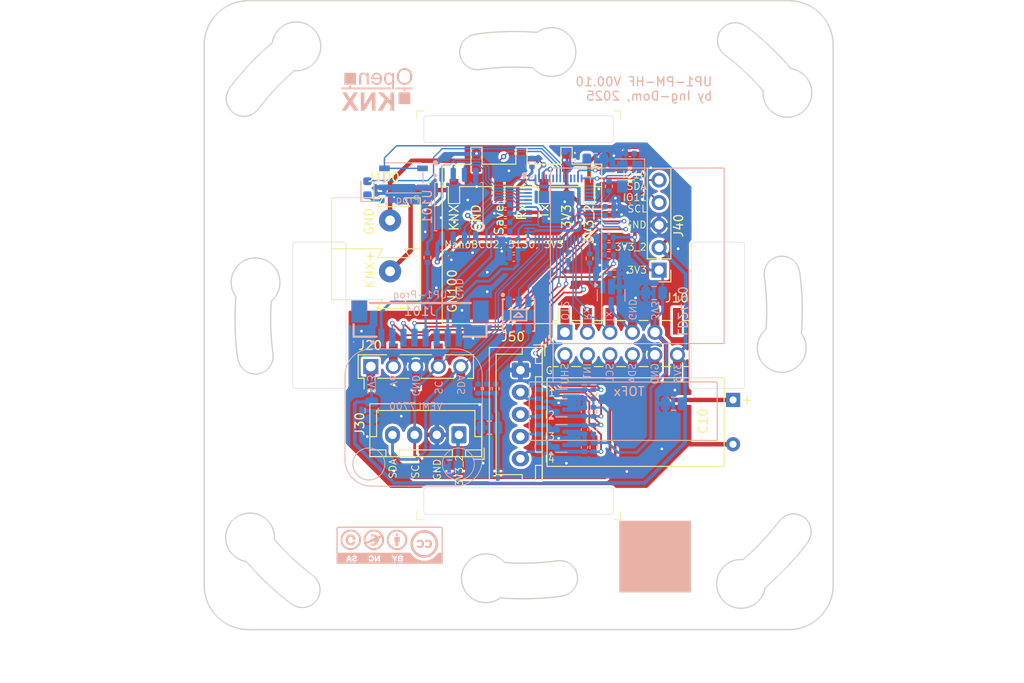
<source format=kicad_pcb>
(kicad_pcb (version 20240108) (generator "pcbnew") (generator_version "8.0")
  (title_block (date "2025-02-05") (rev "V00.10"))
  (layers (0 "F.Cu" signal) (31 "B.Cu" signal) (34 "B.Paste" user) (35 "F.Paste" user) (36 "B.SilkS" user "B.Silkscreen") (37 "F.SilkS" user "F.Silkscreen") (38 "B.Mask" user) (39 "F.Mask" user) (44 "Edge.Cuts" user))
  (net 0 "")
  (net 1 "GND")
  (net 2 "+3.3V")
  (net 3 "KNX+")
  (net 4 "D+")
  (net 5 "D-")
  (net 6 "SWCLK")
  (net 7 "SWDIO")
  (net 8 "/Controller/XIN")
  (net 9 "RUN")
  (net 10 "+1V1")
  (net 11 "/Controller/QSPI_SS")
  (net 12 "BOOTSEL")
  (net 13 "/Controller/XOUT")
  (net 14 "/Controller/QSPI_SD3")
  (net 15 "/Controller/QSPI_SCLK")
  (net 16 "/Controller/QSPI_SD0")
  (net 17 "/Controller/QSPI_SD2")
  (net 18 "/Controller/QSPI_SD1")
  (net 19 "/Controller/GPIO9")
  (net 20 "/Controller/GPIO8")
  (net 21 "/Controller/GPIO4")
  (net 22 "/Controller/GPIO3")
  (net 23 "/Controller/GPIO2")
  (net 24 "KNX_Tx")
  (net 25 "KNX_Rx")
  (net 26 "KNX_SAVE")
  (net 27 "PROGLED")
  (net 28 "PROGBTN")
  (net 29 "Net-(C101-Pad1)")
  (net 30 "Net-(U100-RUN)")
  (net 31 "Net-(D101-K)")
  (net 32 "Net-(U100-USB_DP)")
  (net 33 "VCC2")
  (net 34 "Net-(U100-USB_DM)")
  (net 35 "SENS_SDA")
  (net 36 "SENS_SCL")
  (net 37 "BI1")
  (net 38 "BI2")
  (net 39 "BI3")
  (net 40 "BI4")
  (net 41 "/Controller/GPIO12")
  (net 42 "LED_G")
  (net 43 "LED_R")
  (net 44 "Net-(D110-A-Pad4)")
  (net 45 "Net-(D110-A-Pad5)")
  (net 46 "LED_B")
  (net 47 "Net-(D110-A-Pad6)")
  (net 48 "LD2420_TX")
  (net 51 "LD2420_RX")
  (net 52 "Net-(Q1-D)")
  (net 53 "Net-(Q1-G)")
  (net 54 "LD2420_PWR")
  (net 55 "/Controller/GPIO15")
  (net 56 "/Controller/GPIO13")
  (net 57 "/Controller/GPIO14")
  (net 58 "/Controller/GPIO17")
  (net 59 "/Controller/GPIO16")
  (net 60 "/Binary Input/Input01")
  (net 61 "/Binary Input/Input04")
  (net 62 "/Binary Input/Input02")
  (net 63 "/Binary Input/Input03")
  (net 66 "SCL_Ext")
  (net 67 "SDA_Ext")
  (footprint "OpenKNX:KNX_Connector" (layer "F.Cu") (at 95.38138 113)
    (property "Reference" "J100")
    (property "Value" "KNX_Conn")
  )
  (footprint "OpenKNX:NanoBCU_PinHeader_SMD_low_profile" (layer "F.Cu") (at 102.2 104.72 90)
    (property "Reference" "GN100")
    (property "Value" "NanoBCU V2" (hide yes))
  )
  (footprint "DomsKiCADLib:JLCPCB_Tooling_hole" (layer "F.Cu") (at 78 89)
    (property "Reference" "REF1")
    (property "Value" "JLCPCB_Tooling_hole")
  )
  (footprint "Connector_JST:JST_XH_B4B-XH-A_1x04_P2.50mm_Vertical" (layer "F.Cu") (at 102.76 134.01 180)
    (property "Reference" "J30")
    (property "Value" "I2C Sensor Extension")
  )
  (footprint "Connector_PinHeader_2.54mm:PinHeader_1x05_P2.54mm_Vertical" (layer "F.Cu") (at 125.35 115.41 180)
    (property "Reference" "J40")
    (property "Value" "Extension")
  )
  (footprint "Connector_JST:JST_XH_B5B-XH-A_1x05_P2.50mm_Vertical" (layer "F.Cu") (at 109.7 126.7 -90)
    (property "Reference" "J50")
    (property "Value" "Binary Inputs")
  )
  (footprint "DomsKiCADLib:JLCPCB_Tooling_hole" (layer "F.Cu") (at 141 152)
    (property "Reference" "REF4")
    (property "Value" "JLCPCB_Tooling_hole")
  )
  (footprint "DomsKiCADLib:VEML7700_reverse_mount" (layer "F.Cu") (at 97.89 126.3 90)
    (property "Reference" "J20")
    (property "Value" "VEML7700")
  )
  (footprint "DomsKiCADLib:JLCPCB_Tooling_hole" (layer "F.Cu") (at 141 89)
    (property "Reference" "REF2")
    (property "Value" "JLCPCB_Tooling_hole")
  )
  (footprint "DomsKiCADLib:HLK_TOF_reverse_mount" (layer "F.Cu") (at 121.07 123.7 90)
    (property "Reference" "J10")
    (property "Value" "LD2420 / TOFx")
  )
  (footprint "DomsKiCADLib:JLCPCB_Tooling_hole" (layer "F.Cu") (at 78 152)
    (property "Reference" "REF3")
    (property "Value" "JLCPCB_Tooling_hole")
  )
  (footprint "DomsKiCADLib:CP_Radial_D10.0mm_H20.0mm_P5.00mm_Horizontal" (layer "F.Cu") (at 133.7 130.07 -90)
    (property "Reference" "C10")
    (property "Value" "3300uF")
  )
  (footprint "Capacitor_SMD:C_0402_1005Metric" (layer "B.Cu") (at 100.8 113.5)
    (property "Reference" "C103")
    (property "Value" "100n")
  )
  (footprint "Capacitor_SMD:C_0402_1005Metric" (layer "B.Cu") (at 122.06 102.23 180)
    (property "Reference" "C102")
    (property "Value" "33p")
  )
  (footprint "Capacitor_SMD:C_0402_1005Metric" (layer "B.Cu") (at 122.06 107.48)
    (property "Reference" "C101")
    (property "Value" "33p")
  )
  (footprint "Capacitor_SMD:C_0402_1005Metric" (layer "B.Cu") (at 119.7 111.7 180)
    (property "Reference" "C105")
    (property "Value" "220pF")
  )
  (footprint "Capacitor_SMD:C_0805_2012Metric" (layer "B.Cu") (at 118.15 102.98)
    (property "Reference" "C109")
    (property "Value" "10u")
  )
  (footprint "Capacitor_SMD:C_0402_1005Metric" (layer "B.Cu") (at 108 108 180)
    (property "Reference" "C132")
    (property "Value" "100n")
  )
  (footprint "Capacitor_SMD:C_0402_1005Metric" (layer "B.Cu") (at 108 109 180)
    (property "Reference" "C110")
    (property "Value" "100n")
  )
  (footprint "Capacitor_SMD:C_0402_1005Metric" (layer "B.Cu") (at 115.075 113.85 -90)
    (property "Reference" "C112")
    (property "Value" "100n")
  )
  (footprint "Capacitor_SMD:C_0402_1005Metric" (layer "B.Cu") (at 119.75 108.25)
    (property "Reference" "C113")
    (property "Value" "100n")
  )
  (footprint "Capacitor_SMD:C_0402_1005Metric" (layer "B.Cu") (at 115.5 103 90)
    (property "Reference" "C114")
    (property "Value" "100n")
  )
  (footprint "Capacitor_SMD:C_0402_1005Metric" (layer "B.Cu") (at 111 103.26 90)
    (property "Reference" "C115")
    (property "Value" "100n")
  )
  (footprint "Resistor_SMD:R_0402_1005Metric" (layer "B.Cu") (at 94.6 107.54)
    (property "Reference" "R101")
    (property "Value" "1k")
  )
  (footprint "Resistor_SMD:R_0402_1005Metric" (layer "B.Cu") (at 99.2 114 -90)
    (property "Reference" "R103")
    (property "Value" "1k")
  )
  (footprint "Resistor_SMD:R_0402_1005Metric" (layer "B.Cu") (at 119.7 105.95 90)
    (property "Reference" "R102")
    (property "Value" "1k")
  )
  (footprint "Resistor_SMD:R_0402_1005Metric" (layer "B.Cu") (at 108 110)
    (property "Reference" "R107")
    (property "Value" "22")
  )
  (footprint "Resistor_SMD:R_0402_1005Metric" (layer "B.Cu") (at 108 111)
    (property "Reference" "R108")
    (property "Value" "22")
  )
  (footprint "Resistor_SMD:R_0402_1005Metric" (layer "B.Cu") (at 119.7 112.7)
    (property "Reference" "R105")
    (property "Value" "2k2")
  )
  (footprint "Package_DFN_QFN:QFN-56-1EP_7x7mm_P0.4mm_EP3.2x3.2mm" (layer "B.Cu") (at 114 108.5 -90)
    (property "Reference" "U100")
    (property "Value" "RP2040")
  )
  (footprint "Capacitor_SMD:C_0402_1005Metric" (layer "B.Cu") (at 119.75 109.25)
    (property "Reference" "C131")
    (property "Value" "100n")
  )
  (footprint "EasyEDAModLib:C455282_SW-SMD_4P-L4.2-W3.3-P2.15-LS5.1" (layer "B.Cu") (at 96.5 105)
    (property "Reference" "SW100")
    (property "Value" "Prog")
  )
  (footprint "Package_SO:SOIC-8_5.23x5.23mm_P1.27mm" (layer "B.Cu") (at 102.75 108.25 -90)
    (property "Reference" "U101")
    (property "Value" "W25Q128JVS")
  )
  (footprint "Crystal:Crystal_SMD_3225-4Pin_3.2x2.5mm" (layer "B.Cu") (at 122.06 104.87 -90)
    (property "Reference" "Y100")
    (property "Value" "12MHz")
  )
  (footprint "Capacitor_SMD:C_0402_1005Metric" (layer "B.Cu") (at 108.925 112 180)
    (property "Reference" "C130")
    (property "Value" "1u")
  )
  (footprint "LED_SMD:LED_0603_1608Metric" (layer "B.Cu") (at 92.43 106.17 90)
    (property "Reference" "D101")
    (property "Value" "LED")
  )
  (footprint "Capacitor_SMD:C_0402_1005Metric" (layer "B.Cu") (at 108.95 113.05 180)
    (property "Reference" "C120")
    (property "Value" "1u")
  )
  (footprint "Capacitor_SMD:C_0402_1005Metric" (layer "B.Cu") (at 108.95 114.05 180)
    (property "Reference" "C111")
    (property "Value" "100n")
  )
  (footprint "Resistor_SMD:R_0402_1005Metric" (layer "B.Cu") (at 119.7 113.7)
    (property "Reference" "R106")
    (property "Value" "220")
  )
  (footprint "OpenKNX:OpenKNX_Logo_10x10" (layer "B.Cu") (at 93.5 95 180)
    (property "Reference" "REF5")
    (property "Value" "LOGO" (hide yes))
  )
  (footprint "OpenKNX:CC-BY-NY-SA_12x4" (layer "B.Cu") (at 94.95 146.45 180)
    (property "Reference" "REF6")
    (property "Value" "LOGO" (hide yes))
  )
  (footprint "Resistor_SMD:R_0402_1005Metric" (layer "B.Cu") (at 117.9325 135.415 90)
    (property "Reference" "R56")
    (property "Value" "2k2")
  )
  (footprint "Resistor_SMD:R_0402_1005Metric" (layer "B.Cu") (at 120.3 115.8)
    (property "Reference" "R11")
    (property "Value" "10k")
  )
  (footprint "Capacitor_SMD:C_0805_2012Metric" (layer "B.Cu") (at 101.7 137.6 180)
    (property "Reference" "C30")
    (property "Value" "10u")
  )
  (footprint "Resistor_SMD:R_0402_1005Metric" (layer "B.Cu") (at 117.9325 133.415 -90)
    (property "Reference" "R54")
    (property "Value" "2k2")
  )
  (footprint "Package_TO_SOT_SMD:SOT-23" (layer "B.Cu") (at 114.3325 130.415)
    (property "Reference" "D50")
    (property "Value" "MDD SM03C")
  )
  (footprint "Resistor_SMD:R_0402_1005Metric" (layer "B.Cu") (at 111.7325 131.415 90)
    (property "Reference" "R53")
    (property "Value" "220")
  )
  (footprint "Resistor_SMD:R_0402_1005Metric" (layer "B.Cu") (at 117.9325 131.415 90)
    (property "Reference" "R52")
    (property "Value" "2k2")
  )
  (footprint "Resistor_SMD:R_0402_1005Metric" (layer "B.Cu") (at 106.9 128.79 -90)
    (property "Reference" "R110")
    (property "Value" "120")
  )
  (footprint "Resistor_SMD:R_0402_1005Metric" (layer "B.Cu") (at 111.7325 135.415 90)
    (property "Reference" "R57")
    (property "Value" "220")
  )
  (footprint "Package_TO_SOT_SMD:SOT-23" (layer "B.Cu") (at 119.9375 118.25 -90)
    (property "Reference" "Q1")
    (property "Value" "2N7002")
  )
  (footprint "Capacitor_SMD:C_0402_1005Metric" (layer "B.Cu") (at 116.9325 133.415 -90)
    (property "Reference" "C52")
    (property "Value" "100n")
  )
  (footprint "Capacitor_SMD:C_0402_1005Metric" (layer "B.Cu") (at 116.9325 129.415 -90)
    (property "Reference" "C50")
    (property "Value" "100n")
  )
  (footprint "Resistor_SMD:R_0402_1005Metric" (layer "B.Cu") (at 105.9 128.79 -90)
    (property "Reference" "R111")
    (property "Value" "33")
  )
  (footprint "Capacitor_SMD:C_0402_1005Metric" (layer "B.Cu") (at 116.9325 131.415 90)
    (property "Reference" "C51")
    (property "Value" "100n")
  )
  (footprint "Capacitor_SMD:C_0402_1005Metric" (layer "B.Cu") (at 116.9325 135.415 90)
    (property "Reference" "C53")
    (property "Value" "100n")
  )
  (footprint "Capacitor_SMD:C_0805_2012Metric" (layer "B.Cu") (at 127 130.5 180)
    (property "Reference" "C12")
    (property "Value" "10u")
  )
  (footprint "Capacitor_SMD:C_0805_2012Metric" (layer "B.Cu") (at 106.2 133.2 180)
    (property "Reference" "C100")
    (property "Value" "10u")
  )
  (footprint "Package_TO_SOT_SMD:SOT-23" (layer "B.Cu") (at 114.3325 134.415)
    (property "Reference" "D51")
    (property "Value" "MDD SM03C")
  )
  (footprint "EasyEDALib:LED-SMD_RS-3535MWAR-2JYJY-J" (layer "B.Cu") (at 109.499924 120.5 -90)
    (property "Reference" "D110")
    (property "Value" "RS-3535MWAR-2JYJY-J")
  )
  (footprint "Resistor_SMD:R_0402_1005Metric" (layer "B.Cu") (at 111.7325 133.415 90)
    (property "Reference" "R55")
    (property "Value" "220")
  )
  (footprint "Capacitor_SMD:C_0805_2012Metric" (layer "B.Cu") (at 124.8 118 180)
    (property "Reference" "C11")
    (property "Value" "10u")
  )
  (footprint "Resistor_SMD:R_0402_1005Metric" (layer "B.Cu") (at 111.7325 129.415 90)
    (property "Reference" "R51")
    (property "Value" "220")
  )
  (footprint "EasyEDALib:CONN-SMD_8P-P1.25_ZX-MX1.25-8PLT_reversed" (layer "B.Cu") (at 98.365095 121.555019)
    (property "Reference" "J101")
    (property "Value" "UP1-Prog")
  )
  (footprint "Resistor_SMD:R_0402_1005Metric" (layer "B.Cu") (at 117.9325 129.415 -90)
    (property "Reference" "R50")
    (property "Value" "2k2")
  )
  (footprint "Resistor_SMD:R_0402_1005Metric" (layer "B.Cu") (at 104.9 128.79 -90)
    (property "Reference" "R112")
    (property "Value" "33")
  )
  (footprint "Capacitor_SMD:C_0805_2012Metric" (layer "B.Cu") (at 92.9 131.25 -90)
    (property "Reference" "C20")
    (property "Value" "10u")
  )
  (footprint "Resistor_SMD:R_0402_1005Metric" (layer "B.Cu") (at 117.5 114.09 90)
    (property "Reference" "R10")
    (property "Value" "22")
  )
  (gr_circle (center 100.1 103.3) (end 100.25 103.3) (stroke (width 0.3)) (fill none) (layer "B.SilkS"))
  (gr_circle (center 110.15 104.65) (end 110.3 104.65) (stroke (width 0.3)) (fill none) (layer "B.SilkS"))
  (gr_rect (start 120.9 143.75) (end 128.9 151.75) (stroke (width 0.1)) (fill solid) (layer "B.SilkS"))
  (gr_line (start 98 143.55) (end 98 142.65) (stroke (width 0.1)) (layer "F.SilkS"))
  (gr_line (start 121 142.65) (end 121 143.55) (stroke (width 0.1)) (layer "F.SilkS"))
  (gr_line (start 121 97.45) (end 121 98.35) (stroke (width 0.1)) (layer "F.SilkS"))
  (gr_line (start 98.75 97.45) (end 98 97.45) (stroke (width 0.1)) (layer "F.SilkS"))
  (gr_line (start 98.75 143.55) (end 98 143.55) (stroke (width 0.1)) (layer "F.SilkS"))
  (gr_line (start 120.25 143.55) (end 121 143.55) (stroke (width 0.1)) (layer "F.SilkS"))
  (gr_line (start 98 98.35) (end 98 97.45) (stroke (width 0.1)) (layer "F.SilkS"))
  (gr_line (start 120.25 97.45) (end 121 97.45) (stroke (width 0.1)) (layer "F.SilkS"))
  (gr_line (start 76.931278 94.769121) (end 76.894405 94.858447) (stroke (width 0.15)) (layer "Edge.Cuts"))
  (gr_arc (start 134.7 112.25) (mid 134.912132 112.337868) (end 135 112.55) (stroke (width 0.05)) (layer "Edge.Cuts"))
  (gr_arc (start 119.9 139.987868) (mid 120.112132 140.075736) (end 120.2 140.287868) (stroke (width 0.05)) (layer "Edge.Cuts"))
  (gr_arc (start 84 112.55) (mid 84.087868 112.337868) (end 84.3 112.25) (stroke (width 0.05)) (layer "Edge.Cuts"))
  (gr_line (start 138.925319 143.735515) (end 138.904814 143.753601) (stroke (width 0.15)) (layer "Edge.Cuts"))
  (gr_line (start 120.2 98.3) (end 120.2 100.7) (stroke (width 0.05)) (layer "Edge.Cuts"))
  (gr_arc (start 74 89.995994) (mid 75.464466 86.46046) (end 79 84.995994) (stroke (width 0.15)) (layer "Edge.Cuts"))
  (gr_arc (start 98.8 98.3) (mid 98.887868 98.087868) (end 99.1 98) (stroke (width 0.05)) (layer "Edge.Cuts"))
  (gr_line (start 98.8 140.287868) (end 98.8 142.687868) (stroke (width 0.05)) (layer "Edge.Cuts"))
  (gr_line (start 99.1 98) (end 119.9 98) (stroke (width 0.05)) (layer "Edge.Cuts"))
  (gr_line (start 90 112.55) (end 90 128.45) (stroke (width 0.05)) (layer "Edge.Cuts"))
  (gr_arc (start 77.583265 118.428317) (mid 80.119945 114.061761) (end 81.579999 118.895993) (stroke (width 0.15)) (layer "Edge.Cuts"))
  (gr_arc (start 78.767916 148.312689) (mid 77.47401 143.431381) (end 81.924727 145.817273) (stroke (width 0.15)) (layer "Edge.Cuts"))
  (gr_line (start 86.280479 149.911313) (end 86.262393 149.890808) (stroke (width 0.15)) (layer "Edge.Cuts"))
  (gr_arc (start 98.8 140.287868) (mid 98.887868 140.075736) (end 99.1 139.987868) (stroke (width 0.05)) (layer "Edge.Cuts"))
  (gr_arc (start 99.1 101) (mid 98.887868 100.912132) (end 98.8 100.7) (stroke (width 0.05)) (layer "Edge.Cuts"))
  (gr_line (start 134.7 112.25) (end 129.3 112.25) (stroke (width 0.05)) (layer "Edge.Cuts"))
  (gr_arc (start 140 84.995994) (mid 143.535534 86.46046) (end 145 89.995994) (stroke (width 0.15)) (layer "Edge.Cuts"))
  (gr_arc (start 135.226873 87.927272) (mid 137.868155 90.16721) (end 140.252085 92.679295) (stroke (width 0.15)) (layer "Edge.Cuts"))
  (gr_arc (start 76.931279 94.769121) (mid 79.171213 92.127836) (end 81.683301 89.743909) (stroke (width 0.15)) (layer "Edge.Cuts"))
  (gr_arc (start 83.793127 153.064715) (mid 81.151842 150.824781) (end 78.767915 148.312693) (stroke (width 0.15)) (layer "Edge.Cuts"))
  (gr_arc (start 137.233234 116.148379) (mid 137.48507 119.117211) (end 137.42 122.095994) (stroke (width 0.15)) (layer "Edge.Cuts"))
  (gr_line (start 135.226873 87.927272) (end 135.137547 87.8904) (stroke (width 0.15)) (layer "Edge.Cuts"))
  (gr_line (start 141.223561 115.650122) (end 141.186471 115.560886) (stroke (width 0.15)) (layer "Edge.Cuts"))
  (gr_arc (start 89.7 112.25) (mid 89.912132 112.337868) (end 90 112.55) (stroke (width 0.05)) (layer "Edge.Cuts"))
  (gr_arc (start 135 128.45) (mid 134.912132 128.662132) (end 134.7 128.75) (stroke (width 0.05)) (layer "Edge.Cuts"))
  (gr_arc (start 86.280478 149.911313) (mid 86.680655 152.708508) (end 83.882453 153.101589) (stroke (width 0.15)) (layer "Edge.Cuts"))
  (gr_arc (start 111.567677 88.579259) (mid 115.934233 91.115939) (end 111.100001 92.575993) (stroke (width 0.15)) (layer "Edge.Cuts"))
  (gr_arc (start 114.345872 152.219555) (mid 110.894328 152.503354) (end 107.432323 152.412729) (stroke (width 0.15)) (layer "Edge.Cuts"))
  (gr_arc (start 81.766766 124.843609) (mid 81.51493 121.874777) (end 81.58 118.895994) (stroke (width 0.15)) (layer "Edge.Cuts"))
  (gr_line (start 105.125098 92.761049) (end 105.152385 92.76276) (stroke (width 0.15)) (layer "Edge.Cuts"))
  (gr_line (start 129.3 128.75) (end 134.7 128.75) (stroke (width 0.05)) (layer "Edge.Cuts"))
  (gr_arc (start 119.9 98) (mid 120.112132 98.087868) (end 120.2 98.3) (stroke (width 0.05)) (layer "Edge.Cuts"))
  (gr_arc (start 120.2 100.7) (mid 120.112132 100.912132) (end 119.9 101) (stroke (width 0.05)) (layer "Edge.Cuts"))
  (gr_line (start 99.1 101) (end 119.9 101) (stroke (width 0.05)) (layer "Edge.Cuts"))
  (gr_arc (start 140.252084 92.679299) (mid 141.545943 97.560644) (end 137.095273 95.174715) (stroke (width 0.15)) (layer "Edge.Cuts"))
  (gr_arc (start 105.152385 92.76276) (mid 108.121217 92.510924) (end 111.1 92.575994) (stroke (width 0.15)) (layer "Edge.Cuts"))
  (gr_line (start 99.1 142.987868) (end 119.9 142.987868) (stroke (width 0.05)) (layer "Edge.Cuts"))
  (gr_arc (start 80.105186 97.238388) (mid 82.026391 94.961031) (end 84.178721 92.900725) (stroke (width 0.15)) (layer "Edge.Cuts"))
  (gr_arc (start 86.262395 149.890808) (mid 83.985037 147.969604) (end 81.924732 145.817273) (stroke (width 0.15)) (layer "Edge.Cuts"))
  (gr_arc (start 132.739522 91.080674) (mid 132.339351 88.283473) (end 135.137547 87.8904) (stroke (width 0.15)) (layer "Edge.Cuts"))
  (gr_arc (start 80.084681 97.256472) (mid 77.287486 97.656649) (end 76.894405 94.858447) (stroke (width 0.15)) (layer "Edge.Cuts"))
  (gr_line (start 135 112.55) (end 135 128.45) (stroke (width 0.05)) (layer "Edge.Cuts"))
  (gr_line (start 79 155.995994) (end 140 155.995994) (stroke (width 0.15)) (layer "Edge.Cuts"))
  (gr_arc (start 84.3 128.75) (mid 84.087868 128.662132) (end 84 128.45) (stroke (width 0.05)) (layer "Edge.Cuts"))
  (gr_arc (start 129.3 128.75) (mid 129.087868 128.662132) (end 129 128.45) (stroke (width 0.05)) (layer "Edge.Cuts"))
  (gr_arc (start 138.92532 143.735516) (mid 141.722521 143.335345) (end 142.115594 146.133541) (stroke (width 0.15)) (layer "Edge.Cuts"))
  (gr_arc (start 105.125098 92.761049) (mid 102.864231 91.066098) (end 104.564892 88.809523) (stroke (width 0.15)) (layer "Edge.Cuts"))
  (gr_arc (start 77.776439 125.341866) (mid 77.49264 121.890322) (end 77.583265 118.428317) (stroke (width 0.15)) (layer "Edge.Cuts"))
  (gr_line (start 104.654128 88.772433) (end 104.564892 88.809523) (stroke (width 0.15)) (layer "Edge.Cuts"))
  (gr_arc (start 138.904814 143.753599) (mid 136.98361 146.030957) (end 134.831279 148.091262) (stroke (width 0.15)) (layer "Edge.Cuts"))
  (gr_line (start 99.1 139.987868) (end 119.9 139.987868) (stroke (width 0.05)) (layer "Edge.Cuts"))
  (gr_line (start 89.7 128.75) (end 84.3 128.75) (stroke (width 0.05)) (layer "Edge.Cuts"))
  (gr_arc (start 142.078722 146.222867) (mid 139.838783 148.864148) (end 137.326699 151.248079) (stroke (width 0.15)) (layer "Edge.Cuts"))
  (gr_arc (start 145 150.995994) (mid 143.535534 154.531528) (end 140 155.995994) (stroke (width 0.15)) (layer "Edge.Cuts"))
  (gr_line (start 137.234945 116.121092) (end 137.233234 116.148379) (stroke (width 0.15)) (layer "Edge.Cuts"))
  (gr_line (start 145 89.995994) (end 145 150.995994) (stroke (width 0.15)) (layer "Edge.Cuts"))
  (gr_arc (start 99.1 142.987868) (mid 98.887868 142.9) (end 98.8 142.687868) (stroke (width 0.05)) (layer "Edge.Cuts"))
  (gr_line (start 114.345872 152.219555) (end 114.435108 152.182465) (stroke (width 0.15)) (layer "Edge.Cuts"))
  (gr_line (start 79 84.995994) (end 140 84.995994) (stroke (width 0.15)) (layer "Edge.Cuts"))
  (gr_line (start 83.793127 153.064716) (end 83.882453 153.101589) (stroke (width 0.15)) (layer "Edge.Cuts"))
  (gr_arc (start 90 128.45) (mid 89.912132 128.662132) (end 89.7 128.75) (stroke (width 0.05)) (layer "Edge.Cuts"))
  (gr_line (start 120.2 140.287868) (end 120.2 142.687868) (stroke (width 0.05)) (layer "Edge.Cuts"))
  (gr_arc (start 137.326695 151.248078) (mid 132.44535 152.541937) (end 134.831279 148.091267) (stroke (width 0.15)) (layer "Edge.Cuts"))
  (gr_arc (start 129 112.55) (mid 129.087868 112.337868) (end 129.3 112.25) (stroke (width 0.05)) (layer "Edge.Cuts"))
  (gr_arc (start 113.847615 148.229228) (mid 110.878783 148.481064) (end 107.9 148.415994) (stroke (width 0.15)) (layer "Edge.Cuts"))
  (gr_arc (start 81.765055 124.870896) (mid 80.070104 127.131763) (end 77.813529 125.431102) (stroke (width 0.15)) (layer "Edge.Cuts"))
  (gr_arc (start 132.757606 91.101181) (mid 135.034959 93.02239) (end 137.095268 95.174716) (stroke (width 0.15)) (layer "Edge.Cuts"))
  (gr_line (start 113.874902 148.230939) (end 113.847615 148.229228) (stroke (width 0.15)) (layer "Edge.Cuts"))
  (gr_line (start 77.776439 125.341866) (end 77.813529 125.431102) (stroke (width 0.15)) (layer "Edge.Cuts"))
  (gr_line (start 89.7 112.25) (end 84.3 112.25) (stroke (width 0.05)) (layer "Edge.Cuts"))
  (gr_line (start 129 112.55) (end 129 128.45) (stroke (width 0.05)) (layer "Edge.Cuts"))
  (gr_line (start 74 89.995994) (end 74 150.995994) (stroke (width 0.15)) (layer "Edge.Cuts"))
  (gr_line (start 132.739521 91.080675) (end 132.757607 91.10118) (stroke (width 0.15)) (layer "Edge.Cuts"))
  (gr_arc (start 104.654128 88.772433) (mid 108.105672 88.488634) (end 111.567677 88.579259) (stroke (width 0.15)) (layer "Edge.Cuts"))
  (gr_arc (start 113.874902 148.230939) (mid 116.135769 149.92589) (end 114.435108 152.182465) (stroke (width 0.15)) (layer "Edge.Cuts"))
  (gr_line (start 84 112.55) (end 84 128.45) (stroke (width 0.05)) (layer "Edge.Cuts"))
  (gr_arc (start 120.2 142.687868) (mid 120.112132 142.9) (end 119.9 142.987868) (stroke (width 0.05)) (layer "Edge.Cuts"))
  (gr_line (start 80.084681 97.256473) (end 80.105186 97.238387) (stroke (width 0.15)) (layer "Edge.Cuts"))
  (gr_line (start 98.8 98.3) (end 98.8 100.7) (stroke (width 0.05)) (layer "Edge.Cuts"))
  (gr_arc (start 81.683304 89.74391) (mid 86.564613 88.45) (end 84.178721 92.900722) (stroke (width 0.15)) (layer "Edge.Cuts"))
  (gr_arc (start 79 155.995994) (mid 75.464466 154.531528) (end 74 150.995994) (stroke (width 0.15)) (layer "Edge.Cuts"))
  (gr_arc (start 107.432323 152.412729) (mid 103.065767 149.876049) (end 107.899999 148.415995) (stroke (width 0.15)) (layer "Edge.Cuts"))
  (gr_arc (start 141.416735 122.563671) (mid 138.880055 126.930227) (end 137.420001 122.095995) (stroke (width 0.15)) (layer "Edge.Cuts"))
  (gr_line (start 142.078722 146.222867) (end 142.115594 146.133541) (stroke (width 0.15)) (layer "Edge.Cuts"))
  (gr_arc (start 141.223561 115.650122) (mid 141.50736 119.101666) (end 141.416735 122.563671) (stroke (width 0.15)) (layer "Edge.Cuts"))
  (gr_arc (start 137.234945 116.121092) (mid 138.929896 113.860225) (end 141.186471 115.560886) (stroke (width 0.15)) (layer "Edge.Cuts"))
  (gr_line (start 81.765055 124.870896) (end 81.766766 124.843609) (stroke (width 0.15)) (layer "Edge.Cuts"))
  (gr_text "UP1-PM-HF V00.10\nby Ing-Dom, 2025" (at 131.45 94.95 0) (layer "B.SilkS") (effects (font (size 1 1)) (justify left mirror)))
  (gr_text "GND" (at 102.3 118.82 -90) (layer "B.SilkS") (effects (font (size 0.8 0.8) (thickness 0.1)) (justify left bottom mirror)))
  (gr_text "IO10\nSDA" (at 124 105.3 0) (layer "F.SilkS") (effects (font (size 0.8 0.8) (thickness 0.1)) (justify right)))
  (gr_text "3V3" (at 124.05 115.4 0) (layer "F.SilkS") (effects (font (size 0.8 0.8) (thickness 0.1)) (justify right)))
  (gr_text "GND" (at 100.3 136.65 90) (layer "F.SilkS") (effects (font (size 0.8 0.8) (thickness 0.1)) (justify right)))
  (gr_text "I3" (at 113 134.2 -0) (layer "F.SilkS") (effects (font (size 0.8 0.8) (thickness 0.1))))
  (gr_text "I1" (at 113.05 129.25 -0) (layer "F.SilkS") (effects (font (size 0.8 0.8) (thickness 0.1))))
  (gr_text "G" (at 112.95 126.75 0) (layer "F.SilkS") (effects (font (size 0.8 0.8) (thickness 0.1))))
  (gr_text "IO11\nSCL" (at 124.05 107.85 0) (layer "F.SilkS") (effects (font (size 0.8 0.8) (thickness 0.1)) (justify right)))
  (gr_text "I2" (at 113 131.75 -0) (layer "F.SilkS") (effects (font (size 0.8 0.8) (thickness 0.1))))
  (gr_text "3V3_2" (at 102.8 136.2 90) (layer "F.SilkS") (effects (font (size 0.8 0.8) (thickness 0.1)) (justify right)))
  (gr_text "SCL" (at 97.85 136.65 90) (layer "F.SilkS") (effects (font (size 0.8 0.8) (thickness 0.1)) (justify right)))
  (gr_text "3V3_2" (at 124 112.8 0) (layer "F.SilkS") (effects (font (size 0.8 0.8) (thickness 0.1)) (justify right)))
  (gr_text "SDA" (at 95.3 136.65 90) (layer "F.SilkS") (effects (font (size 0.8 0.8) (thickness 0.1)) (justify right)))
  (gr_text "I4" (at 113 136.75 -0) (layer "F.SilkS") (effects (font (size 0.8 0.8) (thickness 0.1))))
  (gr_text "GND" (at 124 110.3 0) (layer "F.SilkS") (effects (font (size 0.8 0.8) (thickness 0.1)) (justify right)))
  (segment (start 97.89 129.81) (end 101.92 129.81) (width 0.3) (layer "F.Cu") (net 1))
  (segment (start 103.67 136.78) (end 100.78 136.78) (width 0.3) (layer "F.Cu") (net 1))
  (segment (start 104.58 135.87) (end 103.67 136.78) (width 0.3) (layer "F.Cu") (net 1))
  (segment (start 97.89 127.95) (end 97.89 129.81) (width 0.3) (layer "F.Cu") (net 1))
  (segment (start 124.88 132.23) (end 124.88 126.22) (width 0.5) (layer "F.Cu") (net 1))
  (segment (start 94.98138 105.51862) (end 97.435 103.065) (width 0.5) (layer "F.Cu") (net 1))
  (segment (start 100.78 136.78) (end 100.26 136.26) (width 0.3) (layer "F.Cu") (net 1))
  (segment (start 133.7 135.07) (end 127.72 135.07) (width 0.5) (layer "F.Cu") (net 1))
  (segment (start 94.98138 109.8) (end 94.98138 105.51862) (width 0.5) (layer "F.Cu") (net 1))
  (segment (start 100.26 136.26) (end 100.26 134.01) (width 0.3) (layer "F.Cu") (net 1))
  (segment (start 97.435 103.065) (end 104.74 103.065) (width 0.5) (layer "F.Cu") (net 1))
  (segment (start 101.92 129.81) (end 104.58 132.47) (width 0.3) (layer "F.Cu") (net 1))
  (segment (start 127.72 135.07) (end 124.88 132.23) (width 0.5) (layer "F.Cu") (net 1))
  (segment (start 104.58 132.47) (end 104.58 135.87) (width 0.3) (layer "F.Cu") (net 1))
  (via (at 108.4 104.2) (size 0.6) (drill 0.3) (layers "F.Cu" "B.Cu") (net 1))
  (via (at 98.95 108.65) (size 0.5) (drill 0.3) (layers "F.Cu" "B.Cu") (net 1))
  (via (at 118.65 114.85) (size 0.5) (drill 0.3) (layers "F.Cu" "B.Cu") (net 1))
  (via (at 125.66 135.6) (size 0.5) (drill 0.3) (layers "F.Cu" "B.Cu") (net 1))
  (via (at 100.2 117.4) (size 0.5) (drill 0.3) (layers "F.Cu" "B.Cu") (net 1))
  (via (at 121.71 138.14) (size 0.5) (drill 0.3) (layers "F.Cu" "B.Cu") (net 1))
  (via (at 103.1 119.95) (size 0.5) (drill 0.3) (layers "F.Cu" "B.Cu") (net 1))
  (via (at 91.75 122.3) (size 0.5) (drill 0.3) (layers "F.Cu" "B.Cu") (net 1))
  (via (at 104.75 102.25) (size 0.6) (drill 0.3) (layers "F.Cu" "B.Cu") (net 1))
  (via (at 105.1 130.6) (size 0.5) (drill 0.3) (layers "F.Cu" "B.Cu") (net 1))
  (via (at 115.1 109.6) (size 0.5) (drill 0.3) (layers "F.Cu" "B.Cu") (net 1))
  (via (at 114.0125 130.395) (size 0.5) (drill 0.3) (layers "F.Cu" "B.Cu") (net 1))
  (via (at 121.11 109.14) (size 0.5) (drill 0.3) (layers "F.Cu" "B.Cu") (net 1))
  (via (at 104.75 106) (size 0.6) (drill 0.3) (layers "F.Cu" "B.Cu") (net 1))
  (via (at 92.4 134.2) (size 0.5) (drill 0.3) (layers "F.Cu" "B.Cu") (net 1))
  (via (at 112.9 109.6) (size 0.5) (drill 0.3) (layers "F.Cu" "B.Cu") (net 1))
  (via (at 101.9 114.25) (size 0.5) (drill 0.3) (layers "F.Cu" "B.Cu") (net 1))
  (via (at 127.14 128.96) (size 0.5) (drill 0.3) (layers "F.Cu" "B.Cu") (net 1))
  (via (at 114.0125 134.395) (size 0.5) (drill 0.3) (layers "F.Cu" "B.Cu") (net 1))
  (via (at 118.1 112.5) (size 0.5) (drill 0.3) (layers "F.Cu" "B.Cu") (net 1))
  (via (at 105.95 115.65) (size 0.5) (drill 0.3) (layers "F.Cu" "B.Cu") (net 1))
  (via (at 121.8 115.7) (size 0.5) (drill 0.3) (layers "F.Cu" "B.Cu") (net 1))
  (via (at 95.4 138.1) (size 0.5) (drill 0.3) (layers "F.Cu" "B.Cu") (net 1))
  (via (at 120.42 107.29) (size 0.5) (drill 0.3) (layers "F.Cu" "B.Cu") (net 1))
  (via (at 95.45 128.4) (size 0.5) (drill 0.3) (layers "F.Cu" "B.Cu") (net 1))
  (via (at 104.35 123.1) (size 0.5) (drill 0.3) (layers "F.Cu" "B.Cu") (net 1))
  (via (at 127.5 113) (size 0.5) (drill 0.3) (layers "F.Cu" "B.Cu") (net 1))
  (via (at 115.075 115.225) (size 0.6) (drill 0.3) (layers "F.Cu" "B.Cu") (net 1))
  (via (at 96.25 131.9) (size 0.5) (drill 0.3) (layers "F.Cu" "B.Cu") (net 1))
  (via (at 106.75 109) (size 0.6) (drill 0.3) (layers "F.Cu" "B.Cu") (net 1))
  (via (at 114.7 107.7) (size 0.5) (drill 0.3) (layers "F.Cu" "B.Cu") (net 1))
  (via (at 103.75 107.5) (size 0.6) (drill 0.3) (layers "F.Cu" "B.Cu") (net 1))
  (via (at 102.25 110) (size 0.6) (drill 0.3) (layers "F.Cu" "B.Cu") (net 1))
  (via (at 105.95 117.85) (size 0.5) (drill 0.3) (layers "F.Cu" "B.Cu") (net 1))
  (via (at 122.7 118.55) (size 0.5) (drill 0.3) (layers "F.Cu" "B.Cu") (net 1))
  (via (at 118.55 106.25) (size 0.5) (drill 0.3) (layers "F.Cu" "B.Cu") (net 1))
  (via (at 107.59 113.28) (size 0.6) (drill 0.3) (layers "F.Cu" "B.Cu") (net 1))
  (via (at 123.45 107.4) (size 0.5) (drill 0.3) (layers "F.Cu" "B.Cu") (net 1))
  (via (at 100.75 109.5) (size 0.6) (drill 0.3) (layers "F.Cu" "B.Cu") (net 1))
  (via (at 121.5 112.7) (size 0.5) (drill 0.3) (layers "F.Cu" "B.Cu") (net 1))
  (via (at 124.4 103.85) (size 0.5) (drill 0.3) (layers "F.Cu" "B.Cu") (net 1))
  (via (at 104.3 113.45) (size 0.5) (drill 0.3) (layers "F.Cu" "B.Cu") (net 1))
  (via (at 120.25 102.5) (size 0.5) (drill 0.3) (layers "F.Cu" "B.Cu") (net 1))
  (via (at 105.5 137.2) (size 0.5) (drill 0.3) (layers "F.Cu" "B.Cu") (net 1))
  (via (at 98.95 111.1) (size 0.5) (drill 0.3) (layers "F.Cu" "B.Cu") (net 1))
  (via (at 114.89 137.22) (size 0.5) (drill 0.3) (layers "F.Cu" "B.Cu") (net 1))
  (segment (start 120.81 117.235) (end 120.8875 117.3125) (width 0.2) (layer "B.Cu") (net 1))
  (segment (start 118.178228 107.5) (end 118.539114 107.139114) (width 0.25) (layer "B.Cu") (net 1))
  (segment (start 118.539114 107.139114) (end 118.55 107.128228) (width 0.25) (layer "B.Cu") (net 1))
  (segment (start 116.9325 133.9) (end 115.8475 133.9) (width 0.4) (layer "B.Cu") (net 1))
  (segment (start 116.7325 134.93) (end 115.8475 134.93) (width 0.25) (layer "B.Cu") (net 1))
  (segment (start 116.9325 129.9) (end 116.9325 130.93) (width 0.25) (layer "B.Cu") (net 1))
  (segment (start 94.15 106.075) (end 95.11 106.075) (width 0.16) (layer "B.Cu") (net 1))
  (segment (start 116.7325 133.9) (end 115.8475 133.9) (width 0.25) (layer "B.Cu") (net 1))
  (segment (start 115.8475 129.9) (end 115.3325 130.415) (width 0.4) (layer "B.Cu") (net 1))
  (segment (start 116.9325 129.9) (end 115.8475 129.9) (width 0.4) (layer "B.Cu") (net 1))
  (segment (start 115.8475 134.93) (end 115.3325 134.415) (width 0.4) (layer "B.Cu") (net 1))
  (segment (start 116.9325 134.93) (end 116.9325 133.9) (width 0.25) (layer "B.Cu") (net 1))
  (segment (start 116.7325 129.9) (end 115.8475 129.9) (width 0.25) (layer "B.Cu") (net 1))
  (segment (start 95.11 106.075) (end 98.85 106.075) (width 0.16) (layer "B.Cu") (net 1))
  (segment (start 122.54 107.48) (end 122.54 106.34) (width 0.16) (layer "B.Cu") (net 1))
  (segment (start 116.7325 130.93) (end 115.8475 130.93) (width 0.25) (layer "B.Cu") (net 1))
  (segment (start 116.9325 134.93) (end 115.8475 134.93) (width 0.4) (layer "B.Cu") (net 1))
  (segment (start 106.75 109) (end 107.515 109) (width 0.4) (layer "B.Cu") (net 1))
  (segment (start 117.4375 107.5) (end 118.178228 107.5) (width 0.25) (layer "B.Cu") (net 1))
  (segment (start 107.515 109) (end 107.515 108) (width 0.4) (layer "B.Cu") (net 1))
  (segment (start 115.8475 130.93) (end 115.3325 130.415) (width 0.4) (layer "B.Cu") (net 1))
  (segment (start 120.81 115.8) (end 120.81 117.235) (width 0.2) (layer "B.Cu") (net 1))
  (segment (start 122.54 106.34) (end 122.91 105.97) (width 0.16) (layer "B.Cu") (net 1))
  (segment (start 121.58 103.4) (end 121.21 103.77) (width 0.16) (layer "B.Cu") (net 1))
  (segment (start 121.58 102.23) (end 121.58 103.4) (width 0.16) (layer "B.Cu") (net 1))
  (segment (start 115.8475 133.9) (end 115.3325 134.415) (width 0.4) (layer "B.Cu") (net 1))
  (segment (start 118.55 107.128228) (end 118.55 106.25) (width 0.25) (layer "B.Cu") (net 1))
  (segment (start 116.9325 130.93) (end 115.8475 130.93) (width 0.4) (layer "B.Cu") (net 1))
  (segment (start 115.075 114.335) (end 115.075 115.225) (width 0.3) (layer "B.Cu") (net 1))
  (segment (start 110.42 104.98) (end 110.42 104.98) (width 0.4) (layer "F.Cu") (net 2))
  (segment (start 116.3 108.25) (end 116.3 107.8) (width 0.4) (layer "F.Cu") (net 2))
  (segment (start 114.9 103.065) (end 114.9 106.4) (width 0.4) (layer "F.Cu") (net 2))
  (segment (start 126.14 123.69) (end 126.14 129.15) (width 0.5) (layer "F.Cu") (net 2))
  (segment (start 122.62 109.62) (end 122.62 111.7) (width 0.4) (layer "F.Cu") (net 2))
  (segment (start 114.2625 111.9375) (end 110.5625 111.9375) (width 0.3) (layer "F.Cu") (net 2))
  (segment (start 116.3 108.25) (end 116.3 109.6) (width 0.4) (layer "F.Cu") (net 2))
  (segment (start 124.88 122.43) (end 126.14 123.69) (width 0.5) (layer "F.Cu") (net 2))
  (segment (start 116.3 109.6) (end 116.45 109.75) (width 0.4) (layer "F.Cu") (net 2))
  (segment (start 102.8625 111.9375) (end 100.315 114.485) (width 0.3) (layer "F.Cu") (net 2))
  (segment (start 121.25 108.25) (end 122.62 109.62) (width 0.4) (layer "F.Cu") (net 2))
  (segment (start 122.62 111.7) (end 122.6 111.7) (width 0.4) (layer "F.Cu") (net 2))
  (segment (start 109.4 106) (end 110.42 104.98) (width 0.4) (layer "F.Cu") (net 2))
  (segment (start 112.4 108.9) (end 109.4 108.9) (width 0.4) (layer "F.Cu") (net 2))
  (segment (start 110.5625 111.9375) (end 102.8625 111.9375) (width 0.3) (layer "F.Cu") (net 2))
  (segment (start 114.9 106.4) (end 112.4 108.9) (width 0.4) (layer "F.Cu") (net 2))
  (segment (start 126.14 129.15) (end 127.06 130.07) (width 0.5) (layer "F.Cu") (net 2))
  (segment (start 109.4 108.9) (end 109.4 106) (width 0.4) (layer "F.Cu") (net 2))
  (segment (start 119.31 108.25) (end 121.25 108.25) (width 0.4) (layer "F.Cu") (net 2))
  (segment (start 116.3 107.8) (end 114.9 106.4) (width 0.4) (layer "F.Cu") (net 2))
  (segment (start 127.06 130.07) (end 133.7 130.07) (width 0.5) (layer "F.Cu") (net 2))
  (segment (start 116.3 108.25) (end 119.31 108.25) (width 0.4) (layer "F.Cu") (net 2))
  (segment (start 116.45 109.75) (end 114.2625 111.9375) (width 0.3) (layer "F.Cu") (net 2))
  (via (at 100.315 114.485) (size 0.6) (drill 0.3) (layers "F.Cu" "B.Cu") (net 2))
  (via (at 116.45 109.75) (size 0.6) (drill 0.3) (layers "F.Cu" "B.Cu") (net 2))
  (via (at 114.66 102.99) (size 0.6) (drill 0.3) (layers "F.Cu" "B.Cu") (net 2))
  (via (at 116.3 108.25) (size 0.6) (drill 0.3) (layers "F.Cu" "B.Cu") (net 2))
  (via (at 110.42 104.98) (size 0.6) (drill 0.3) (layers "F.Cu" "B.Cu") (net 2))
  (via (at 110.5625 111.9375) (size 0.6) (drill 0.3) (layers "F.Cu" "B.Cu") (net 2))
  (via (at 122.6 111.7) (size 0.5) (drill 0.3) (layers "F.Cu" "B.Cu") (net 2))
  (via (at 109.4 108.9) (size 0.6) (drill 0.3) (layers "F.Cu" "B.Cu") (net 2))
  (segment (start 110.5625 111.9375) (end 111.2875 111.9375) (width 0.25) (layer "B.Cu") (net 2))
  (segment (start 116.3 108.25) (end 116.3 108.25) (width 0.4) (layer "B.Cu") (net 2))
  (segment (start 116.3 108.25) (end 116.3 108.475) (width 0.4) (layer "B.Cu") (net 2))
  (segment (start 100.315 114.485) (end 100.3 114.5) (width 0.4) (layer "B.Cu") (net 2))
  (segment (start 107.56 115.3) (end 106.2 116.66) (width 0.3) (layer "B.Cu") (net 2))
  (segment (start 111.3 111.1) (end 110.5625 111.1) (width 0.2) (layer "B.Cu") (net 2))
  (segment (start 110.42 104.98) (end 110.719999 105.279999) (width 0.2) (layer "B.Cu") (net 2))
  (segment (start 100.315 113.5) (end 100.315 114.485) (width 0.4) (layer "B.Cu") (net 2))
  (segment (start 122.6 111.7) (end 120.18 111.7) (width 0.3) (layer "B.Cu") (net 2))
  (segment (start 125.75 118) (end 125.75 115.81) (width 0.3) (layer "B.Cu") (net 2))
  (segment (start 115.045 104.335) (end 115 104.38) (width 0.16) (layer "B.Cu") (net 2))
  (segment (start 115 105.0625) (end 115 104.38) (width 0.2) (layer "B.Cu") (net 2))
  (segment (start 100.315 114.485) (end 100.315 114.485) (width 0.4) (layer "B.Cu") (net 2))
  (segment (start 117.9325 130.93) (end 117.9325 130.93) (width 0.25) (layer "B.Cu") (net 2))
  (segment (start 111.4 105.0625) (end 111.4 105.65) (width 0.2) (layer "B.Cu") (net 2))
  (segment (start 104.75 116.66) (end 101.49019 119.91981) (width 0.3) (layer "B.Cu") (net 2))
  (segment (start 117.9325 133.9) (end 117.9325 134.93) (width 0.25) (layer "B.Cu") (net 2))
  (segment (start 101.49019 119.91981) (end 101.49019 123.03) (width 0.3) (layer "B.Cu") (net 2))
  (segment (start 126.15 123.7) (end 126.15 127) (width 0.3) (layer "B.Cu") (net 2))
  (segment (start 110.1 113.05) (end 109.43 113.05) (width 0.4) (layer "B.Cu") (net 2))
  (segment (start 117.4375 108.7) (end 118.815 108.7) (width 0.2) (layer "B.Cu") (net 2))
  (segment (start 115.125 105.975) (end 111.725 105.975) (width 0.4) (layer "B.Cu") (net 2))
  (segment (start 115 111.15) (end 115 111.9375) (width 0.2) (layer "B.Cu") (net 2))
  (segment (start 115.5 103.88) (end 115.045 104.335) (width 0.3) (layer "B.Cu") (net 2))
  (segment (start 117.9325 129.9) (end 117.9325 130.93) (width 0.25) (layer "B.Cu") (net 2))
  (segment (start 116.31499 108.63999) (end 116.525 108.63999) (width 0.4) (layer "B.Cu") (net 2))
  (segment (start 119.605 134.905) (end 120.7 136) (width 0.3) (layer "B.Cu") (net 2))
  (segment (start 115.5 103.485) (end 115.5 103.88) (width 0.3) (layer "B.Cu") (net 2))
  (segment (start 111.47071 110.92929) (end 111.3 111.1) (width 0.2) (layer "B.Cu") (net 2))
  (segment (start 110.5625 110.8225) (end 110.5625 110.7) (width 0.16) (layer "B.Cu") (net 2))
  (segment (start 116.3 108.625) (end 116.31499 108.63999) (width 0.4) (layer "B.Cu") (net 2))
  (segment (start 116.525 108.7) (end 117.4375 108.7) (width 0.2) (layer "B.Cu") (net 2))
  (segment (start 117.93814 134.93564) (end 117.9325 134.93) (width 0.25) (layer "B.Cu") (net 2))
  (segment (start 110.1 113.05) (end 110.5625 112.5875) (width 0.4) (layer "B.Cu") (net 2))
  (segment (start 115 111.9375) (end 115 113.29) (width 0.2) (layer "B.Cu") (net 2))
  (segment (start 117.9325 134.93) (end 117.9325 134.93) (width 0.25) (layer "B.Cu") (net 2))
  (segment (start 109.6 108.7) (end 109.4 108.9) (width 0.2) (layer "B.Cu") (net 2))
  (segment (start 116.3 106.2) (end 116.3 108.25) (width 0.4) (layer "B.Cu") (net 2))
  (segment (start 126.15 127) (end 124.41 128.74) (width 0.3) (layer "B.Cu") (net 2))
  (segment (start 111 104.4) (end 110.42 104.98) (width 0.3) (layer "B.Cu") (net 2))
  (segment (start 109.3 109) (end 109.4 108.9) (width 0.3) (layer "B.Cu") (net 2))
  (segment (start 125.35 115.41) (end 124.31 115.41) (width 0.3) (layer "B.Cu") (net 2))
  (segment (start 118.815 108.7) (end 119.265 108.25) (width 0.2) (layer "B.Cu") (net 2))
  (segment (start 110.5625 108.7) (end 109.6 108.7) (width 0.2) (layer "B.Cu") (net 2))
  (segment (start 110.5625 110.7) (end 111.25 110.7) (width 0.2) (layer "B.Cu") (net 2))
  (segment (start 120.18 111.7) (end 120.18 112.7) (width 0.2) (layer "B.Cu") (net 2))
  (segment (start 110.5625 111.1) (end 110.5625 111.9375) (width 0.25) (layer "B.Cu") (net 2))
  (segment (start 116.075 105.975) (end 116.3 106.2) (width 0.4) (layer "B.Cu") (net 2))
  (segment (start 108.485 109) (end 109.3 109) (width 0.3) (layer "B.Cu") (net 2))
  (segment (start 124.41 128.74) (end 124.41 134.41) (width 0.3) (layer "B.Cu") (net 2))
  (segment (start 122.6 111.7) (end 122.6 113.7) (width 0.3) (layer "B.Cu") (net 2))
  (segment (start 115.5 103.485) (end 115.365 103.485) (width 0.2) (layer "B.Cu") (net 2))
  (segment (start 124.41 134.41) (end 122.82 136) (width 0.3) (layer "B.Cu") (net 2))
  (segment (start 116.45 109.75) (end 116.45 110.75) (width 0.3) (layer "B.Cu") (net 2))
  (segment (start 124.31 115.41) (end 122.6 113.7) (width 0.3) (layer "B.Cu") (net 2))
  (segment (start 115.125 105.975) (end 116.075 105.975) (width 0.4) (layer "B.Cu") (net 2))
  (segment (start 107.9 115.3) (end 108.9 115.3) (width 0.3) (layer "B.Cu") (net 2))
  (segment (start 115 105.0625) (end 115 105.85) (width 0.2) (layer "B.Cu") (net 2))
  (segment (start 100.315 112.3925) (end 100.845 111.8625) (width 0.4) (layer "B.Cu") (net 2))
  (segment (start 117.93498 130.92752) (end 117.9325 130.93) (width 0.3) (layer "B.Cu") (net 2))
  (segment (start 115.155 103.485) (end 115.5 103.485) (width 0.4) (layer "B.Cu") (net 2))
  (segment (start 110.719999 105.279999) (end 111.182501 105.279999) (width 0.2) (layer "B.Cu") (net 2))
  (segment (start 111.2125 105.25) (end 111.4 105.0625) (width 0.2) (layer "B.Cu") (net 2))
  (segment (start 109.43 113.05) (end 109.43 114.05) (width 0.4) (layer "B.Cu") (net 2))
  (segment (start 117.9325 130.93) (end 119.03 130.93) (width 0.25) (layer "B.Cu") (net 2))
  (segment (start 120.7 136) (end 122.82 136) (width 0.3) (layer "B.Cu") (net 2))
  (segment (start 124.88 122.43) (end 126.15 123.7) (width 0.3) (layer "B.Cu") (net 2))
  (segment (start 109.43 114.77) (end 109.43 114.05) (width 0.3) (layer "B.Cu") (net 2))
  (segment (start 116.3 108.475) (end 116.3 108.625) (width 0.4) (layer "B.Cu") (net 2))
  (segment (start 116.27071 110.92929) (end 111.47929 110.92929) (width 0.3) (layer "B.Cu") (net 2))
  (segment (start 124.8 122.35) (end 124.88 122.43) (width 0.3) (layer "B.Cu") (net 2))
  (segment (start 110.5625 112.5875) (end 110.5625 111.9375) (width 0.4) (layer "B.Cu") (net 2))
  (segment (start 109.6 109.1) (end 109.4 108.9) (width 0.2) (layer "B.Cu") (net 2))
  (segment (start 108.9 115.3) (end 109.43 114.77) (width 0.3) (layer "B.Cu") (net 2))
  (segment (start 111.4 105.65) (end 111.725 105.975) (width 0.2) (layer "B.Cu") (net 2))
  (segment (start 124.8 115.96) (end 125.35 115.41) (width 0.3) (layer "B.Cu") (net 2))
  (segment (start 110.5625 109.1) (end 109.6 109.1) (width 0.2) (layer "B.Cu") (net 2))
  (segment (start 124.88 120.97) (end 125.75 120.1) (width 0.3) (layer "B.Cu") (net 2))
  (segment (start 111.25 110.7) (end 111.47929 110.92929) (width 0.2) (layer "B.Cu") (net 2))
  (segment (start 115.5 103.485) (end 116.7075 103.485) (width 0.4) (layer "B.Cu") (net 2))
  (segment (start 115 113.29) (end 115.075 113.365) (width 0.2) (layer "B.Cu") (net 2))
  (segment (start 119.03 130.93) (end 119.605 131.505) (width 0.25) (layer "B.Cu") (net 2))
  (segment (start 124.88 122.43) (end 124.88 120.97) (width 0.3) (layer "B.Cu") (net 2))
  (segment (start 116.45 110.75) (end 116.27071 110.92929) (width 0.3) (layer "B.Cu") (net 2))
  (segment (start 115 105.85) (end 115.125 105.975) (width 0.4) (layer "B.Cu") (net 2))
  (segment (start 110.5625 111.1) (end 110.5625 110.8225) (width 0.25) (layer "B.Cu") (net 2))
  (segment (start 111 104.4) (end 111 103.745) (width 0.3) (layer "B.Cu") (net 2))
  (segment (start 100.315 113.5) (end 100.315 112.3925) (width 0.4) (layer "B.Cu") (net 2))
  (segment (start 110.5625 111.9375) (end 110.5625 111.9375) (width 0.25) (layer "B.Cu") (net 2))
  (segment (start 119.605 131.505) (end 119.605 134.905) (width 0.25) (layer "B.Cu") (net 2))
  (segment (start 111.2875 111.9375) (end 111.4 111.9375) (width 0.16) (layer "B.Cu") (net 2))
  (segment (start 125.75 120.1) (end 125.75 118) (width 0.3) (layer "B.Cu") (net 2))
  (segment (start 117.9325 134.905) (end 119.605 134.905) (width 0.3) (layer "B.Cu") (net 2))
  (segment (start 111.182501 105.279999) (end 111.2125 105.25) (width 0.2) (layer "B.Cu") (net 2))
  (segment (start 116.3 108.475) (end 116.525 108.7) (width 0.2) (layer "B.Cu") (net 2))
  (segment (start 111.47929 110.92929) (end 111.47071 110.92929) (width 0.2) (layer "B.Cu") (net 2))
  (segment (start 107.9 115.3) (end 107.56 115.3) (width 0.3) (layer "B.Cu") (net 2))
  (segment (start 110.5625 111.9375) (end 110.71 112.085) (width 0.4) (layer "B.Cu") (net 2))
  (segment (start 106.2 116.66) (end 104.75 116.66) (width 0.3) (layer "B.Cu") (net 2))
  (segment (start 125.75 115.81) (end 125.35 115.41) (width 0.3) (layer "B.Cu") (net 2))
  (segment (start 114.66 102.99) (end 115.155 103.485) (width 0.4) (layer "B.Cu") (net 2))
  (segment (start 116.7075 103.485) (end 117.2125 102.98) (width 0.4) (layer "B.Cu") (net 2))
  (segment (start 97.3 113.23138) (end 97.14069 113.39069) (width 0.5) (layer "F.Cu") (net 3))
  (segment (start 97.3 107.15) (end 97.3 113.23138) (width 0.5) (layer "F.Cu") (net 3))
  (segment (start 98.075 106.375) (end 97.3 107.15) (width 0.5) (layer "F.Cu") (net 3))
  (segment (start 102.2 105.62) (end 102.2 106.375) (width 0.5) (layer "F.Cu") (net 3))
  (segment (start 102.2 106.375) (end 98.075 106.375) (width 0.5) (layer "F.Cu") (net 3))
  (segment (start 97.14069 113.39069) (end 94.98138 115.55) (width 0.5) (layer "F.Cu") (net 3))
  (segment (start 98.990063 119.909937) (end 98.990063 123.03) (width 0.25) (layer "B.Cu") (net 4))
  (segment (start 105.87 110.88) (end 105.87 113.03) (width 0.25) (layer "B.Cu") (net 4))
  (segment (start 105.87 113.03) (end 98.990063 119.909937) (width 0.25) (layer "B.Cu") (net 4))
  (segment (start 106.75 110) (end 107.515 110) (width 0.25) (layer "B.Cu") (net 4))
  (segment (start 106.75 110) (end 105.87 110.88) (width 0.25) (layer "B.Cu") (net 4))
  (segment (start 106.75 110.97) (end 106.4 111.32) (width 0.25) (layer "B.Cu") (net 5))
  (segment (start 106.4 113.88) (end 100.24 120.04) (width 0.25) (layer "B.Cu") (net 5))
  (segment (start 100.24 123.03) (end 100.24 120.04) (width 0.2) (layer "B.Cu") (net 5))
  (segment (start 106.4 111.32) (end 106.4 113.88) (width 0.25) (layer "B.Cu") (net 5))
  (segment (start 107.485 110.97) (end 107.515 111) (width 0.25) (layer "B.Cu") (net 5))
  (segment (start 106.75 110.97) (end 107.485 110.97) (width 0.25) (layer "B.Cu") (net 5))
  (segment (start 97.740127 121.4) (end 107.3 121.4) (width 0.2) (layer "F.Cu") (net 6))
  (segment (start 107.3 121.4) (end 118.8 109.9) (width 0.2) (layer "F.Cu") (net 6))
  (segment (start 118.8 109.9) (end 121.4 109.9) (width 0.2) (layer "F.Cu") (net 6))
  (via (at 97.740127 121.4) (size 0.5) (drill 0.3) (layers "F.Cu" "B.Cu") (net 6))
  (via (at 121.4 109.9) (size 0.5) (drill 0.3) (layers "F.Cu" "B.Cu") (net 6))
  (segment (start 119.278692 110.16) (end 120.749712 110.16) (width 0.2) (layer "B.Cu") (net 6))
  (segment (start 121.4 109.9) (end 121.009712 109.9) (width 0.2) (layer "B.Cu") (net 6))
  (segment (start 121.009712 109.9) (end 120.749712 110.16) (width 0.2) (layer "B.Cu") (net 6))
  (segment (start 97.740127 121.4) (end 97.740127 123.03) (width 0.2) (layer "B.Cu") (net 6))
  (segment (start 118.618692 109.5) (end 119.278692 110.16) (width 0.2) (layer "B.Cu") (net 6))
  (segment (start 117.4375 109.5) (end 118.618692 109.5) (width 0.2) (layer "B.Cu") (net 6))
  (segment (start 121.6 110.8) (end 118.5 110.8) (width 0.2) (layer "F.Cu") (net 7))
  (segment (start 98.6 122.4) (end 97.489936 122.4) (width 0.2) (layer "F.Cu") (net 7))
  (segment (start 99.2 121.8) (end 98.6 122.4) (width 0.2) (layer "F.Cu") (net 7))
  (segment (start 107.5 121.8) (end 99.2 121.8) (width 0.2) (layer "F.Cu") (net 7))
  (segment (start 118.5 110.8) (end 107.5 121.8) (width 0.2) (layer "F.Cu") (net 7))
  (segment (start 97.489936 122.4) (end 96.489936 121.4) (width 0.2) (layer "F.Cu") (net 7))
  (via (at 96.489936 121.4) (size 0.5) (drill 0.3) (layers "F.Cu" "B.Cu") (net 7))
  (via (at 121.6 110.8) (size 0.5) (drill 0.3) (layers "F.Cu" "B.Cu") (net 7))
  (segment (start 120.82001 110.52001) (end 121.1 110.8) (width 0.2) (layer "B.Cu") (net 7))
  (segment (start 117.4375 109.9) (end 118.509562 109.9) (width 0.2) (layer "B.Cu") (net 7))
  (segment (start 119.129571 110.52001) (end 120.82001 110.52001) (width 0.2) (layer "B.Cu") (net 7))
  (segment (start 118.509562 109.9) (end 119.129571 110.52001) (width 0.2) (layer "B.Cu") (net 7))
  (segment (start 96.489936 121.4) (end 96.489936 123.03) (width 0.2) (layer "B.Cu") (net 7))
  (segment (start 121.1 110.8) (end 121.6 110.8) (width 0.2) (layer "B.Cu") (net 7))
  (segment (start 118.294416 107.9) (end 119.14 107.054416) (width 0.16) (layer "B.Cu") (net 8))
  (segment (start 122.54 103.4) (end 122.91 103.77) (width 0.16) (layer "B.Cu") (net 8))
  (segment (start 118.294416 107.9) (end 117.4375 107.9) (width 0.16) (layer "B.Cu") (net 8))
  (segment (start 119.14 107.054416) (end 119.14 105.145928) (width 0.16) (layer "B.Cu") (net 8))
  (segment (start 119.14 105.145928) (end 119.535928 104.75) (width 0.16) (layer "B.Cu") (net 8))
  (segment (start 122.54 102.23) (end 122.54 103.4) (width 0.16) (layer "B.Cu") (net 8))
  (segment (start 119.535928 104.75) (end 121.93 104.75) (width 0.16) (layer "B.Cu") (net 8))
  (segment (start 121.93 104.75) (end 122.91 103.77) (width 0.16) (layer "B.Cu") (net 8))
  (segment (start 118.7 116.2) (end 120.2 114.7) (width 0.2) (layer "F.Cu") (net 9))
  (segment (start 99.54 122.16) (end 107.74 122.16) (width 0.2) (layer "F.Cu") (net 9))
  (segment (start 113.7 116.2) (end 118.7 116.2) (width 0.2) (layer "F.Cu") (net 9))
  (segment (start 98.94 122.76) (end 99.54 122.16) (width 0.2) (layer "F.Cu") (net 9))
  (segment (start 95.24 121.4) (end 96.6 122.76) (width 0.2) (layer "F.Cu") (net 9))
  (segment (start 96.6 122.76) (end 98.94 122.76) (width 0.2) (layer "F.Cu") (net 9))
  (segment (start 107.74 122.16) (end 113.7 116.2) (width 0.2) (layer "F.Cu") (net 9))
  (via (at 120.2 114.7) (size 0.5) (drill 0.3) (layers "F.Cu" "B.Cu") (net 9))
  (via (at 95.24 121.4) (size 0.5) (drill 0.3) (layers "F.Cu" "B.Cu") (net 9))
  (segment (start 95.24 121.4) (end 95.24 123.03) (width 0.2) (layer "B.Cu") (net 9))
  (segment (start 120.21 113.7) (end 120.21 114.69) (width 0.2) (layer "B.Cu") (net 9))
  (segment (start 120.21 114.69) (end 120.2 114.7) (width 0.2) (layer "B.Cu") (net 9))
  (segment (start 109.485 112) (end 109.485 110.84) (width 0.25) (layer "B.Cu") (net 10))
  (segment (start 116.75 109.1) (end 116.4 109.1) (width 0.2) (layer "B.Cu") (net 10))
  (segment (start 117.4375 109.1) (end 119.115 109.1) (width 0.2) (layer "B.Cu") (net 10))
  (segment (start 111.91929 110.51929) (end 115.70071 110.51929) (width 0.2) (layer "B.Cu") (net 10))
  (segment (start 111.7 108.5) (end 111.7 110.3) (width 0.2) (layer "B.Cu") (net 10))
  (segment (start 115.70071 110.51929) (end 115.86001 110.35999) (width 0.2) (layer "B.Cu") (net 10))
  (segment (start 110.025 110.3) (end 109.8725 110.4525) (width 0.2) (layer "B.Cu") (net 10))
  (segment (start 115.86001 109.38999) (end 116.15 109.1) (width 0.2) (layer "B.Cu") (net 10))
  (segment (start 110.5625 110.3) (end 110.025 110.3) (width 0.2) (layer "B.Cu") (net 10))
  (segment (start 119.115 109.1) (end 119.265 109.25) (width 0.2) (layer "B.Cu") (net 10))
  (segment (start 108.785 108.3) (end 108.485 108) (width 0.2) (layer "B.Cu") (net 10))
  (segment (start 111.7 110.3) (end 111.91929 110.51929) (width 0.2) (layer "B.Cu") (net 10))
  (segment (start 110.5625 108.3) (end 111.5 108.3) (width 0.2) (layer "B.Cu") (net 10))
  (segment (start 110.5625 110.3) (end 111.7 110.3) (width 0.2) (layer "B.Cu") (net 10))
  (segment (start 116.271198 109.1) (end 116.4 109.1) (width 0.2) (layer "B.Cu") (net 10))
  (segment (start 111.5 108.3) (end 111.7 108.5) (width 0.2) (layer "B.Cu") (net 10))
  (segment (start 116.15 109.1) (end 116.75 109.1) (width 0.2) (layer "B.Cu") (net 10))
  (segment (start 115.86001 110.35999) (end 115.86001 109.38999) (width 0.2) (layer "B.Cu") (net 10))
  (segment (start 117.4375 109.1) (end 116.75 109.1) (width 0.2) (layer "B.Cu") (net 10))
  (segment (start 109.485 110.84) (end 109.8725 110.4525) (width 0.25) (layer "B.Cu") (net 10))
  (segment (start 110.5625 108.3) (end 108.785 108.3) (width 0.2) (layer "B.Cu") (net 10))
  (segment (start 106.117552 105.082428) (end 106.117551 103.780867) (width 0.16) (layer "B.Cu") (net 11))
  (segment (start 99.705 111.6) (end 99.705 111.8) (width 0.3) (layer "B.Cu") (net 11))
  (segment (start 110.5625 105.9) (end 109.8675 105.205) (width 0.16) (layer "B.Cu") (net 11))
  (segment (start 101.75 103.5) (end 101 103.5) (width 0.16) (layer "B.Cu") (net 11))
  (segment (start 100.845 107.165) (end 99.705 108.305) (width 0.3) (layer "B.Cu") (net 11))
  (segment (start 109.29 105.205) (end 108.655059 105.839941) (width 0.16) (layer "B.Cu") (net 11))
  (segment (start 106.117551 103.780867) (end 105.231654 102.89497) (width 0.16) (layer "B.Cu") (net 11))
  (segment (start 100.845 103.655) (end 100.845 104.6375) (width 0.16) (layer "B.Cu") (net 11))
  (segment (start 100.845 104.65) (end 100.845 107.165) (width 0.3) (layer "B.Cu") (net 11))
  (segment (start 109.8675 105.205) (end 109.29 105.205) (width 0.16) (layer "B.Cu") (net 11))
  (segment (start 106.875065 105.839941) (end 106.117552 105.082428) (width 0.16) (layer "B.Cu") (net 11))
  (segment (start 101 103.5) (end 100.845 103.655) (width 0.16) (layer "B.Cu") (net 11))
  (segment (start 99.2 112.305) (end 99.2 113.52) (width 0.3) (layer "B.Cu") (net 11))
  (segment (start 102.35503 102.89497) (end 101.75 103.5) (width 0.16) (layer "B.Cu") (net 11))
  (segment (start 108.655059 105.839941) (end 106.875065 105.839941) (width 0.16) (layer "B.Cu") (net 11))
  (segment (start 99.705 111.8) (end 99.2 112.305) (width 0.3) (layer "B.Cu") (net 11))
  (segment (start 99.705 108.305) (end 99.705 111.6) (width 0.3) (layer "B.Cu") (net 11))
  (segment (start 105.231654 102.89497) (end 102.35503 102.89497) (width 0.16) (layer "B.Cu") (net 11))
  (segment (start 109.8775 105.205) (end 109.29 105.205) (width 0.16) (layer "B.Cu") (net 11))
  (segment (start 97.8 119.01) (end 98.19 119.01) (width 0.3) (layer "B.Cu") (net 12))
  (segment (start 97.8 119.01) (end 95.11 119.01) (width 0.3) (layer "B.Cu") (net 12))
  (segment (start 93.990063 120.129937) (end 93.990063 123.03) (width 0.3) (layer "B.Cu") (net 12))
  (segment (start 99.2 118) (end 99.2 114.48) (width 0.3) (layer "B.Cu") (net 12))
  (segment (start 95.11 119.01) (end 93.990063 120.129937) (width 0.3) (layer "B.Cu") (net 12))
  (segment (start 98.19 119.01) (end 99.2 118) (width 0.3) (layer "B.Cu") (net 12))
  (segment (start 117.4375 108.3) (end 118.346978 108.3) (width 0.16) (layer "B.Cu") (net 13))
  (segment (start 118.346978 108.3) (end 119.7 106.946978) (width 0.16) (layer "B.Cu") (net 13))
  (segment (start 119.7 106.946978) (end 119.7 106.46) (width 0.16) (layer "B.Cu") (net 13))
  (segment (start 109.253022 107.9) (end 108.793012 107.43999) (width 0.16) (layer "B.Cu") (net 14))
  (segment (start 102.115 112.825) (end 102.115 111.8625) (width 0.16) (layer "B.Cu") (net 14))
  (segment (start 104.396978 110.25) (end 104.396978 110.603022) (width 0.16) (layer "B.Cu") (net 14))
  (segment (start 108.793012 107.43999) (end 107.206988 107.43999) (width 0.16) (layer "B.Cu") (net 14))
  (segment (start 103.92501 111.07499) (end 103.92501 112.73655) (width 0.16) (layer "B.Cu") (net 14))
  (segment (start 102.25501 112.96501) (end 102.115 112.825) (width 0.16) (layer "B.Cu") (net 14))
  (segment (start 103.69655 112.96501) (end 102.25501 112.96501) (width 0.16) (layer "B.Cu") (net 14))
  (segment (start 110.5625 107.9) (end 109.253022 107.9) (width 0.16) (layer "B.Cu") (net 14))
  (segment (start 103.92501 112.73655) (end 103.69655 112.96501) (width 0.16) (layer "B.Cu") (net 14))
  (segment (start 104.396978 110.603022) (end 103.92501 111.07499) (width 0.16) (layer "B.Cu") (net 14))
  (segment (start 107.206988 107.43999) (end 104.396978 110.25) (width 0.16) (layer "B.Cu") (net 14))
  (segment (start 104.404415 109.790001) (end 104.209999 109.790001) (width 0.16) (layer "B.Cu") (net 15))
  (segment (start 107.074435 107.119981) (end 104.404415 109.790001) (width 0.16) (layer "B.Cu") (net 15))
  (segment (start 103.385 110.615) (end 103.385 111.8625) (width 0.16) (layer "B.Cu") (net 15))
  (segment (start 109.305584 107.5) (end 108.925564 107.11998) (width 0.16) (layer "B.Cu") (net 15))
  (segment (start 104.209999 109.790001) (end 103.385 110.615) (width 0.16) (layer "B.Cu") (net 15))
  (segment (start 110.5625 107.5) (end 109.305584 107.5) (width 0.16) (layer "B.Cu") (net 15))
  (segment (start 108.925564 107.11998) (end 107.074435 107.119981) (width 0.16) (layer "B.Cu") (net 15))
  (segment (start 103.75 109.25) (end 105 110.5) (width 0.16) (layer "F.Cu") (net 16))
  (segment (start 105 110.5) (end 105.07496 110.5) (width 0.16) (layer "F.Cu") (net 16))
  (via (at 105.07496 110.5) (size 0.6) (drill 0.3) (layers "F.Cu" "B.Cu") (net 16))
  (via (at 103.75 109.25) (size 0.6) (drill 0.3) (layers "F.Cu" "B.Cu") (net 16))
  (segment (start 106.713469 106.799971) (end 104.39672 109.11672) (width 0.16) (layer "B.Cu") (net 16))
  (segment (start 104.26344 109.25) (end 104.39672 109.11672) (width 0.16) (layer "B.Cu") (net 16))
  (segment (start 104.655 110.91996) (end 105.07496 110.5) (width 0.16) (layer "B.Cu") (net 16))
  (segment (start 110.5625 107.1) (end 109.358146 107.1) (width 0.16) (layer "B.Cu") (net 16))
  (segment (start 109.358146 107.1) (end 109.058115 106.799971) (width 0.16) (layer "B.Cu") (net 16))
  (segment (start 104.655 111.8625) (end 104.655 110.91996) (width 0.16) (layer "B.Cu") (net 16))
  (segment (start 109.058115 106.799971) (end 106.713469 106.799971) (width 0.16) (layer "B.Cu") (net 16))
  (segment (start 103.75 109.25) (end 104.26344 109.25) (width 0.16) (layer "B.Cu") (net 16))
  (segment (start 109.410706 106.7) (end 109.190667 106.479961) (width 0.16) (layer "B.Cu") (net 17))
  (segment (start 103.385 103.675) (end 103.385 104.6375) (width 0.16) (layer "B.Cu") (net 17))
  (segment (start 105.477533 104.045973) (end 104.96655 103.53499) (width 0.16) (layer "B.Cu") (net 17))
  (segment (start 103.52501 103.53499) (end 103.385 103.675) (width 0.16) (layer "B.Cu") (net 17))
  (segment (start 109.190667 106.479961) (end 106.609961 106.479961) (width 0.16) (layer "B.Cu") (net 17))
  (segment (start 105.477533 105.347533) (end 105.477533 104.045973) (width 0.16) (layer "B.Cu") (net 17))
  (segment (start 104.96655 103.53499) (end 103.52501 103.53499) (width 0.16) (layer "B.Cu") (net 17))
  (segment (start 106.609961 106.479961) (end 105.477533 105.347533) (width 0.16) (layer "B.Cu") (net 17))
  (segment (start 110.5625 106.7) (end 109.410706 106.7) (width 0.16) (layer "B.Cu") (net 17))
  (segment (start 105.797542 103.91342) (end 105.099102 103.21498) (width 0.16) (layer "B.Cu") (net 18))
  (segment (start 102.115 103.675) (end 102.115 104.6375) (width 0.16) (layer "B.Cu") (net 18))
  (segment (start 109.323219 106.159951) (end 106.742513 106.159951) (width 0.16) (layer "B.Cu") (net 18))
  (segment (start 110.5625 106.3) (end 109.463268 106.3) (width 0.16) (layer "B.Cu") (net 18))
  (segment (start 109.463268 106.3) (end 109.323219 106.159951) (width 0.16) (layer "B.Cu") (net 18))
  (segment (start 102.57502 103.21498) (end 102.115 103.675) (width 0.16) (layer "B.Cu") (net 18))
  (segment (start 106.742513 106.159951) (end 105.797542 105.21498) (width 0.16) (layer "B.Cu") (net 18))
  (segment (start 105.797542 105.21498) (end 105.797542 103.91342) (width 0.16) (layer "B.Cu") (net 18))
  (segment (start 105.099102 103.21498) (end 102.57502 103.21498) (width 0.16) (layer "B.Cu") (net 18))
  (segment (start 111.855 103.065) (end 109.82 103.065) (width 0.16) (layer "F.Cu") (net 24))
  (segment (start 112.33 103.54) (end 111.855 103.065) (width 0.16) (layer "F.Cu") (net 24))
  (via (at 112.33 103.54) (size 0.6) (drill 0.3) (layers "F.Cu" "B.Cu") (net 24))
  (segment (start 112.33 103.54) (end 112.33 103.54) (width 0.2) (layer "B.Cu") (net 24))
  (segment (start 111.8 105.0625) (end 111.8 104.07) (width 0.2) (layer "B.Cu") (net 24))
  (segment (start 111.8 104.07) (end 112.33 103.54) (width 0.2) (layer "B.Cu") (net 24))
  (segment (start 112.36 104.96) (end 112.36 106.375) (width 0.16) (layer "F.Cu") (net 25))
  (segment (start 112.639158 104.026578) (end 112.36 104.305736) (width 0.16) (layer "F.Cu") (net 25))
  (segment (start 113.063422 104.026578) (end 112.639158 104.026578) (width 0.16) (layer "F.Cu") (net 25))
  (segment (start 112.33 106.345) (end 112.36 106.375) (width 0.2) (layer "F.Cu") (net 25))
  (segment (start 112.36 104.305736) (end 112.36 104.96) (width 0.16) (layer "F.Cu") (net 25))
  (via (at 113.063422 104.026578) (size 0.6) (drill 0.3) (layers "F.Cu" "B.Cu") (net 25))
  (segment (start 113.063422 104.026578) (end 113.063422 104.026578) (width 0.2) (layer "B.Cu") (net 25))
  (segment (start 112.2 105.0625) (end 112.2 104.465736) (width 0.2) (layer "B.Cu") (net 25))
  (segment (start 112.639158 104.026578) (end 113.063422 104.026578) (width 0.2) (layer "B.Cu") (net 25))
  (segment (start 112.2 104.465736) (end 112.639158 104.026578) (width 0.2) (layer "B.Cu") (net 25))
  (segment (start 107.24 103.16) (end 107.8 102.6) (width 0.16) (layer "F.Cu") (net 26))
  (segment (start 107.24 106.375) (end 107.24 103.16) (width 0.16) (layer "F.Cu") (net 26))
  (via (at 107.8 102.6) (size 0.6) (drill 0.3) (layers "F.Cu" "B.Cu") (net 26))
  (segment (start 111.985674 102.02) (end 108.38 102.02) (width 0.16) (layer "B.Cu") (net 26))
  (segment (start 108.38 102.02) (end 107.8 102.6) (width 0.16) (layer "B.Cu") (net 26))
  (segment (start 113.8 105.0625) (end 113.8 103.834326) (width 0.16) (layer "B.Cu") (net 26))
  (segment (start 113.8 103.834326) (end 111.985674 102.02) (width 0.16) (layer "B.Cu") (net 26))
  (segment (start 114.2 105.0625) (end 114.2 103.781764) (width 0.16) (layer "B.Cu") (net 27))
  (segment (start 99.890001 104.642001) (end 99.222003 105.309999) (width 0.16) (layer "B.Cu") (net 27))
  (segment (start 100.890001 101.7) (end 99.890001 102.7) (width 0.16) (layer "B.Cu") (net 27))
  (segment (start 99.890001 102.7) (end 99.890001 104.642001) (width 0.16) (layer "B.Cu") (net 27))
  (segment (start 99.222003 105.309999) (end 92.790001 105.309999) (width 0.16) (layer "B.Cu") (net 27))
  (segment (start 114.2 103.781764) (end 112.118236 101.7) (width 0.16) (layer "B.Cu") (net 27))
  (segment (start 112.118236 101.7) (end 100.890001 101.7) (width 0.16) (layer "B.Cu") (net 27))
  (segment (start 114.6 105.0625) (end 114.6 103.729202) (width 0.16) (layer "B.Cu") (net 28))
  (segment (start 94.425 103.925) (end 94.15 103.925) (width 0.16) (layer "B.Cu") (net 28))
  (segment (start 94.35 102.75) (end 94.35 103.925) (width 0.16) (layer "B.Cu") (net 28))
  (segment (start 114.6 103.729202) (end 112.885399 102.014601) (width 0.16) (layer "B.Cu") (net 28))
  (segment (start 112.250798 101.38) (end 95.72 101.38) (width 0.16) (layer "B.Cu") (net 28))
  (segment (start 95.72 101.38) (end 94.35 102.75) (width 0.16) (layer "B.Cu") (net 28))
  (segment (start 94.15 103.925) (end 98.85 103.925) (width 0.16) (layer "B.Cu") (net 28))
  (segment (start 112.885399 102.014601) (end 112.250798 101.38) (width 0.16) (layer "B.Cu") (net 28))
  (segment (start 119.7 105.44) (end 120.68 105.44) (width 0.16) (layer "B.Cu") (net 29))
  (segment (start 121.58 107.48) (end 121.58 106.34) (width 0.16) (layer "B.Cu") (net 29))
  (segment (start 121.58 106.34) (end 121.21 105.97) (width 0.16) (layer "B.Cu") (net 29))
  (segment (start 120.68 105.44) (end 121.21 105.97) (width 0.16) (layer "B.Cu") (net 29))
  (segment (start 119.19 113.7) (end 119.19 111.73) (width 0.2) (layer "B.Cu") (net 30))
  (segment (start 118 110.3) (end 119.22 111.52) (width 0.2) (layer "B.Cu") (net 30))
  (segment (start 117.4375 110.3) (end 118 110.3) (width 0.2) (layer "B.Cu") (net 30))
  (segment (start 119.22 111.52) (end 119.22 111.7) (width 0.2) (layer "B.Cu") (net 30))
  (segment (start 119.19 111.73) (end 119.22 111.7) (width 0.2) (layer "B.Cu") (net 30))
  (segment (start 94.09 107.54) (end 93.0125 107.54) (width 0.25) (layer "B.Cu") (net 31))
  (segment (start 93.0125 107.54) (end 92.43 106.9575) (width 0.25) (layer "B.Cu") (net 31))
  (segment (start 110.5625 109.5) (end 108.985 109.5) (width 0.2) (layer "B.Cu") (net 32))
  (segment (start 108.985 109.5) (end 108.485 110) (width 0.2) (layer "B.Cu") (net 32))
  (segment (start 128.4 109.82) (end 125.35 112.87) (width 0.4) (layer "F.Cu") (net 33))
  (segment (start 128.4 106.25) (end 128.4 108.4) (width 0.4) (layer "F.Cu") (net 33))
  (segment (start 117.44 106.375) (end 117.44 103.26) (width 0.4) (layer "F.Cu") (net 33))
  (segment (start 119.15 101.55) (end 123.7 101.55) (width 0.4) (layer "F.Cu") (net 33))
  (segment (start 123.7 101.55) (end 128.4 106.25) (width 0.4) (layer "F.Cu") (net 33))
  (segment (start 117.44 103.26) (end 119.15 101.55) (width 0.4) (layer "F.Cu") (net 33))
  (segment (start 128.4 108.4) (end 128.4 109.82) (width 0.4) (layer "F.Cu") (net 33))
  (segment (start 106.9 131.35) (end 106.9 129.3) (width 0.4) (layer "B.Cu") (net 33))
  (segment (start 102.7 139.44) (end 102.5 139.44) (width 0.4) (layer "B.Cu") (net 33))
  (segment (start 128.35 115.87) (end 128.35 124.04) (width 0.4) (layer "B.Cu") (net 33))
  (segment (start 102.65 139.29) (end 102.65 137.6) (width 0.4) (layer "B.Cu") (net 33))
  (segment (start 102.5 139.44) (end 95.427329 139.44) (width 0.4) (layer "B.Cu") (net 33))
  (segment (start 110.65 139.44) (end 110.5 139.44) (width 0.4) (layer "B.Cu") (net 33))
  (segment (start 91 130.5) (end 91.2 130.3) (width 0.4) (layer "B.Cu") (net 33))
  (segment (start 128.29 125.84) (end 127.42 124.97) (width 0.4) (layer "B.Cu") (net 33))
  (segment (start 92.9 130.3) (end 92.9 126.39) (width 0.3) (layer "B.Cu") (net 33))
  (segment (start 107.8 139.44) (end 107.5 139.44) (width 0.4) (layer "B.Cu") (net 33))
  (segment (start 95.427329 139.44) (end 91 135.012671) (width 0.4) (layer "B.Cu") (net 33))
  (segment (start 128.29 134.87) (end 128.29 125.84) (width 0.4) (layer "B.Cu") (net 33))
  (segment (start 110.65 139.44) (end 123.72 139.44) (width 0.4) (layer "B.Cu") (net 33))
  (segment (start 91.2 130.3) (end 92.9 130.3) (width 0.4) (layer "B.Cu") (net 33))
  (segment (start 128.35 124.04) (end 127.42 124.97) (width 0.4) (layer "B.Cu") (net 33))
  (segment (start 110.5 139.44) (end 107.8 139.44) (width 0.4) (layer "B.Cu") (net 33))
  (segment (start 106.9 129.3) (end 104.9 129.3) (width 0.4) (layer "B.Cu") (net 33))
  (segment (start 91 135.012671) (end 91 130.5) (width 0.4) (layer "B.Cu") (net 33))
  (segment (start 107.15 133.2) (end 107.15 139.39) (width 0.4) (layer "B.Cu") (net 33))
  (segment (start 107.15 139.39) (end 107.2 139.44) (width 0.4) (layer "B.Cu") (net 33))
  (segment (start 107.15 131.6) (end 106.9 131.35) (width 0.4) (layer "B.Cu") (net 33))
  (segment (start 102.65 137.6) (end 102.65 134.12) (width 0.4) (layer "B.Cu") (net 33))
  (segment (start 107.15 133.2) (end 107.15 131.6) (width 0.4) (layer "B.Cu") (net 33))
  (segment (start 105.9 139.44) (end 102.7 139.44) (width 0.4) (layer "B.Cu") (net 33))
  (segment (start 107.5 139.44) (end 107.2 139.44) (width 0.4) (layer "B.Cu") (net 33))
  (segment (start 92.9 126.39) (end 92.81 126.3) (width 0.3) (layer "B.Cu") (net 33))
  (segment (start 125.35 112.87) (end 128.35 115.87) (width 0.4) (layer "B.Cu") (net 33))
  (segment (start 102.65 139.39) (end 102.7 139.44) (width 0.4) (layer "B.Cu") (net 33))
  (segment (start 107.2 139.44) (end 105.9 139.44) (width 0.4) (layer "B.Cu") (net 33))
  (segment (start 123.72 139.44) (end 128.29 134.87) (width 0.4) (layer "B.Cu") (net 33))
  (segment (start 102.65 134.12) (end 102.76 134.01) (width 0.4) (layer "B.Cu") (net 33))
  (segment (start 110.5625 109.9) (end 109.585 109.9) (width 0.2) (layer "B.Cu") (net 34))
  (segment (start 109.585 109.9) (end 108.485 111) (width 0.2) (layer "B.Cu") (net 34))
  (segment (start 119.24 138.86) (end 97.76 138.86) (width 0.3) (layer "F.Cu") (net 35))
  (segment (start 120.4 137.7) (end 119.24 138.86) (width 0.3) (layer "F.Cu") (net 35))
  (segment (start 122.34 124.97) (end 122.34 128.46) (width 0.3) (layer "F.Cu") (net 35))
  (segment (start 120.4 130.4) (end 120.4 137.7) (width 0.3) (layer "F.Cu") (net 35))
  (segment (start 122.34 128.46) (end 120.4 130.4) (width 0.3) (layer "F.Cu") (net 35))
  (segment (start 97.76 138.86) (end 95.26 136.36) (width 0.3) (layer "F.Cu") (net 35))
  (segment (start 95.26 136.36) (end 95.26 134.01) (width 0.3) (layer "F.Cu") (net 35))
  (segment (start 102.97 126.3) (end 99.365 129.905) (width 0.3) (layer "B.Cu") (net 35))
  (segment (start 107.195 122.187548) (end 103.082548 126.3) (width 0.16) (layer "B.Cu") (net 35))
  (segment (start 112.2 113.1) (end 107.195 118.105) (width 0.16) (layer "B.Cu") (net 35))
  (segment (start 112.2 111.9375) (end 112.2 113.1) (width 0.16) (layer "B.Cu") (net 35))
  (segment (start 98.99 130.28) (end 98.99 135.81) (width 0.3) (layer "B.Cu") (net 35))
  (segment (start 98.02 136.78) (end 96.08 136.78) (width 0.3) (layer "B.Cu") (net 35))
  (segment (start 95.26 135.96) (end 95.26 134.01) (width 0.3) (layer "B.Cu") (net 35))
  (segment (start 96.08 136.78) (end 95.26 135.96) (width 0.3) (layer "B.Cu") (net 35))
  (segment (start 98.99 135.81) (end 98.02 136.78) (width 0.3) (layer "B.Cu") (net 35))
  (segment (start 99.365 129.905) (end 98.99 130.28) (width 0.3) (layer "B.Cu") (net 35))
  (segment (start 103.082548 126.3) (end 102.97 126.3) (width 0.16) (layer "B.Cu") (net 35))
  (segment (start 107.195 118.105) (end 107.195 122.187548) (width 0.16) (layer "B.Cu") (net 35))
  (segment (start 119.8 124.97) (end 119.8 137.2) (width 0.3) (layer "F.Cu") (net 36))
  (segment (start 99.9 138.4) (end 97.76 136.26) (width 0.3) (layer "F.Cu") (net 36))
  (segment (start 118.6 138.4) (end 99.9 138.4) (width 0.3) (layer "F.Cu") (net 36))
  (segment (start 119.8 137.2) (end 118.6 138.4) (width 0.3) (layer "F.Cu") (net 36))
  (segment (start 97.76 136.26) (end 97.76 134.01) (width 0.3) (layer "F.Cu") (net 36))
  (segment (start 102.03 124.7) (end 104.23 124.7) (width 0.16) (layer "B.Cu") (net 36))
  (segment (start 111.8 113.047452) (end 111.8 111.9375) (width 0.16) (layer "B.Cu") (net 36))
  (segment (start 106.875 122.055) (end 106.875 117.972452) (width 0.16) (layer "B.Cu") (net 36))
  (segment (start 97.76 128.97) (end 97.76 134.01) (width 0.3) (layer "B.Cu") (net 36))
  (segment (start 106.875 117.972452) (end 111.8 113.047452) (width 0.16) (layer "B.Cu") (net 36))
  (segment (start 100.43 126.3) (end 102.03 124.7) (width 0.16) (layer "B.Cu") (net 36))
  (segment (start 100.43 126.3) (end 97.76 128.97) (width 0.3) (layer "B.Cu") (net 36))
  (segment (start 104.23 124.7) (end 106.875 122.055) (width 0.16) (layer "B.Cu") (net 36))
  (segment (start 116.4 117.95) (end 116.5 117.95) (width 0.2) (layer "F.Cu") (net 37))
  (segment (start 113.11 120.7) (end 113.11 119.44) (width 0.2) (layer "F.Cu") (net 37))
  (segment (start 113.11 127.38) (end 114.25 128.52) (width 0.2) (layer "F.Cu") (net 37))
  (segment (start 114.6 117.95) (end 116.4 117.95) (width 0.2) (layer "F.Cu") (net 37))
  (segment (start 113.11 120.7) (end 113.11 127.38) (width 0.2) (layer "F.Cu") (net 37))
  (segment (start 114.325 118.225) (end 114.6 117.95) (width 0.2) (layer "F.Cu") (net 37))
  (segment (start 116.5 117.95) (end 116.85 117.6) (width 0.2) (layer "F.Cu") (net 37))
  (segment (start 118.39 128.52) (end 118.8 128.93) (width 0.2) (layer "F.Cu") (net 37))
  (segment (start 113.11 119.44) (end 114.325 118.225) (width 0.2) (layer "F.Cu") (net 37))
  (segment (start 114.25 128.52) (end 118.39 128.52) (width 0.2) (layer "F.Cu") (net 37))
  (via (at 116.85 117.6) (size 0.5) (drill 0.3) (layers "F.Cu" "B.Cu") (net 37))
  (via (at 118.8 128.93) (size 0.5) (drill 0.3) (layers "F.Cu" "B.Cu") (net 37))
  (segment (start 113.8675 128.93) (end 113.3325 129.465) (width 0.4) (layer "B.Cu") (net 37))
  (segment (start 117.9325 128.905) (end 118.775 128.905) (width 0.3) (layer "B.Cu") (net 37))
  (segment (start 116.6 112.997452) (end 116.6 117.35) (width 0.16) (layer "B.Cu") (net 37))
  (segment (start 112.7975 128.93) (end 113.3325 129.465) (width 0.4) (layer "B.Cu") (net 37))
  (segment (start 116.9325 128.93) (end 113.8675 128.93) (width 0.4) (layer "B.Cu") (net 37))
  (segment (start 111.7325 128.93) (end 112.7975 128.93) (width 0.4) (layer "B.Cu") (net 37))
  (segment (start 118.775 128.905) (end 118.8 128.93) (width 0.3) (layer "B.Cu") (net 37))
  (segment (start 116.6 117.35) (end 116.85 117.6) (width 0.16) (layer "B.Cu") (net 37))
  (segment (start 111.9325 128.93) (end 112.7975 128.93) (width 0.16) (layer "B.Cu") (net 37))
  (segment (start 116.2 112.597452) (end 116.6 112.997452) (width 0.16) (layer "B.Cu") (net 37))
  (segment (start 116.7325 128.93) (end 113.8675 128.93) (width 0.16) (layer "B.Cu") (net 37))
  (segment (start 117.9325 128.93) (end 116.9325 128.93) (width 0.25) (layer "B.Cu") (net 37))
  (segment (start 116.2 111.9375) (end 116.2 112.597452) (width 0.16) (layer "B.Cu") (net 37))
  (segment (start 114.100883 128.88) (end 112.75 127.529117) (width 0.2) (layer "F.Cu") (net 38))
  (segment (start 117.23 128.88) (end 114.100883 128.88) (width 0.2) (layer "F.Cu") (net 38))
  (segment (start 112.75 119.25) (end 114.85 117.15) (width 0.2) (layer "F.Cu") (net 38))
  (segment (start 118.8 130.45) (end 117.23 128.88) (width 0.2) (layer "F.Cu") (net 38))
  (segment (start 112.75 127.529117) (end 112.75 119.25) (width 0.2) (layer "F.Cu") (net 38))
  (segment (start 114.85 117.15) (end 114.85 116.95) (width 0.2) (layer "F.Cu") (net 38))
  (segment (start 118.8 131.9) (end 118.8 130.45) (width 0.2) (layer "F.Cu") (net 38))
  (via (at 114.85 116.95) (size 0.5) (drill 0.3) (layers "F.Cu" "B.Cu") (net 38))
  (via (at 118.8 131.9) (size 0.5) (drill 0.3) (layers "F.Cu" "B.Cu") (net 38))
  (segment (start 114.6 112.971978) (end 114.51499 113.056988) (width 0.16) (layer "B.Cu") (net 38))
  (segment (start 116.7325 131.9) (end 113.8675 131.9) (width 0.16) (layer "B.Cu") (net 38))
  (segment (start 114.51499 113.056988) (end 114.51499 115.81499) (width 0.16) (layer "B.Cu") (net 38))
  (segment (start 114.51499 115.81499) (end 114.85 116.15) (width 0.16) (layer "B.Cu") (net 38))
  (segment (start 113.8675 131.9) (end 113.3325 131.365) (width 0.4) (layer "B.Cu") (net 38))
  (segment (start 111.7325 130.93) (end 112.8975 130.93) (width 0.4) (layer "B.Cu") (net 38))
  (segment (start 112.8975 130.93) (end 113.3325 131.365) (width 0.4) (layer "B.Cu") (net 38))
  (segment (start 117.9325 131.925) (end 118.775 131.925) (width 0.3) (layer "B.Cu") (net 38))
  (segment (start 111.9325 130.93) (end 112.8975 130.93) (width 0.16) (layer "B.Cu") (net 38))
  (segment (start 117.9325 131.9) (end 116.9325 131.9) (width 0.25) (layer "B.Cu") (net 38))
  (segment (start 114.6 111.9375) (end 114.6 112.971978) (width 0.16) (layer "B.Cu") (net 38))
  (segment (start 116.9325 131.9) (end 113.8675 131.9) (width 0.4) (layer "B.Cu") (net 38))
  (segment (start 118.775 131.925) (end 118.8 131.9) (width 0.3) (layer "B.Cu") (net 38))
  (segment (start 114.85 116.15) (end 114.85 116.95) (width 0.16) (layer "B.Cu") (net 38))
  (segment (start 117.965442 132.065442) (end 117.965442 130.245442) (width 0.2) (layer "F.Cu") (net 39))
  (segment (start 113.951766 129.24) (end 112.39 127.678234) (width 0.2) (layer "F.Cu") (net 39))
  (segment (start 116.96 129.24) (end 113.951766 129.24) (width 0.2) (layer "F.Cu") (net 39))
  (segment (start 112.39 118.76) (end 114.05 117.1) (width 0.2) (layer "F.Cu") (net 39))
  (segment (start 112.39 118.85) (end 112.39 118.76) (width 0.2) (layer "F.Cu") (net 39))
  (segment (start 118.8 132.9) (end 117.965442 132.065442) (width 0.2) (layer "F.Cu") (net 39))
  (segment (start 112.39 127.678234) (end 112.39 126.41) (width 0.2) (layer "F.Cu") (net 39))
  (segment (start 117.965442 130.245442) (end 116.96 129.24) (width 0.2) (layer "F.Cu") (net 39))
  (segment (start 112.39 126.41) (end 112.39 121.28) (width 0.2) (layer "F.Cu") (net 39))
  (segment (start 112.39 121.28) (end 112.39 118.85) (width 0.2) (layer "F.Cu") (net 39))
  (via (at 114.05 117.1) (size 0.5) (drill 0.3) (layers "F.Cu" "B.Cu") (net 39))
  (via (at 118.8 132.9) (size 0.5) (drill 0.3) (layers "F.Cu" "B.Cu") (net 39))
  (segment (start 111.9325 132.93) (end 112.7975 132.93) (width 0.16) (layer "B.Cu") (net 39))
  (segment (start 117.9325 132.905) (end 118.795 132.905) (width 0.3) (layer "B.Cu") (net 39))
  (segment (start 116.9325 132.93) (end 113.8675 132.93) (width 0.4) (layer "B.Cu") (net 39))
  (segment (start 114.05 116.15) (end 114.05 117.1) (width 0.16) (layer "B.Cu") (net 39))
  (segment (start 116.7325 132.93) (end 113.8675 132.93) (width 0.16) (layer "B.Cu") (net 39))
  (segment (start 113.8675 132.93) (end 113.3325 133.465) (width 0.4) (layer "B.Cu") (net 39))
  (segment (start 118.795 132.905) (end 118.8 132.9) (width 0.3) (layer "B.Cu") (net 39))
  (segment (start 114.2 112.919416) (end 114.19498 112.924436) (width 0.16) (layer "B.Cu") (net 39))
  (segment (start 114.2 111.9375) (end 114.2 112.919416) (width 0.16) (layer "B.Cu") (net 39))
  (segment (start 114.19498 112.924436) (end 114.19498 116.00502) (width 0.16) (layer "B.Cu") (net 39))
  (segment (start 114.19498 116.00502) (end 114.05 116.15) (width 0.16) (layer "B.Cu") (net 39))
  (segment (start 117.9325 132.93) (end 116.9325 132.93) (width 0.25) (layer "B.Cu") (net 39))
  (segment (start 111.7325 132.93) (end 112.7975 132.93) (width 0.4) (layer "B.Cu") (net 39))
  (segment (start 112.7975 132.93) (end 113.3325 133.465) (width 0.4) (layer "B.Cu") (net 39))
  (segment (start 118.8 133.99) (end 117.47 132.66) (width 0.2) (layer "F.Cu") (net 40))
  (segment (start 113.80265 129.6) (end 112.01 127.80735) (width 0.2) (layer "F.Cu") (net 40))
  (segment (start 117.47 130.32) (end 116.75 129.6) (width 0.2) (layer "F.Cu") (net 40))
  (segment (start 118.8 135.9) (end 118.8 133.99) (width 0.2) (layer "F.Cu") (net 40))
  (segment (start 112.01 125.41) (end 111.4 124.8) (width 0.2) (layer "F.Cu") (net 40))
  (segment (start 117.47 132.66) (end 117.47 130.32) (width 0.2) (layer "F.Cu") (net 40))
  (segment (start 112.01 127.80735) (end 112.01 126.1) (width 0.2) (layer "F.Cu") (net 40))
  (segment (start 116.75 129.6) (end 113.80265 129.6) (width 0.2) (layer "F.Cu") (net 40))
  (segment (start 112.01 126.1) (end 112.01 125.41) (width 0.2) (layer "F.Cu") (net 40))
  (via (at 111.4 124.8) (size 0.5) (drill 0.3) (layers "F.Cu" "B.Cu") (net 40))
  (via (at 118.8 135.9) (size 0.5) (drill 0.3) (layers "F.Cu" "B.Cu") (net 40))
  (segment (start 113.8 111.9375) (end 113.8 115.95) (width 0.16) (layer "B.Cu") (net 40))
  (segment (start 117.9325 135.925) (end 118.775 135.925) (width 0.3) (layer "B.Cu") (net 40))
  (segment (start 112.8975 134.93) (end 113.3325 135.365) (width 0.4) (layer "B.Cu") (net 40))
  (segment (start 113.325 117.8) (end 113.325 122.875) (width 0.16) (layer "B.Cu") (net 40))
  (segment (start 111.9325 134.93) (end 112.8975 134.93) (width 0.16) (layer "B.Cu") (net 40))
  (segment (start 113.8 115.95) (end 113.325 116.425) (width 0.16) (layer "B.Cu") (net 40))
  (segment (start 117.9325 135.9) (end 116.9325 135.9) (width 0.25) (layer "B.Cu") (net 40))
  (segment (start 113.325 122.875) (end 111.4 124.8) (width 0.16) (layer "B.Cu") (net 40))
  (segment (start 116.7325 135.9) (end 113.8675 135.9) (width 0.16) (layer "B.Cu") (net 40))
  (segment (start 113.325 116.425) (end 113.325 117.8) (width 0.16) (layer "B.Cu") (net 40))
  (segment (start 113.8675 135.9) (end 113.3325 135.365) (width 0.4) (layer "B.Cu") (net 40))
  (segment (start 118.775 135.925) (end 118.8 135.9) (width 0.3) (layer "B.Cu") (net 40))
  (segment (start 116.9325 135.9) (end 113.8675 135.9) (width 0.4) (layer "B.Cu") (net 40))
  (segment (start 111.7325 134.93) (end 112.8975 134.93) (width 0.4) (layer "B.Cu") (net 40))
  (segment (start 117.8 105.9) (end 117.4375 105.9) (width 0.2) (layer "B.Cu") (net 41))
  (segment (start 109.499924 117.600076) (end 109.499924 119) (width 0.16) (layer "B.Cu") (net 42))
  (segment (start 113 113.3) (end 113 114.1) (width 0.16) (layer "B.Cu") (net 42))
  (segment (start 113 114.1) (end 109.499924 117.600076) (width 0.16) (layer "B.Cu") (net 42))
  (segment (start 113 111.9375) (end 113 113.3) (width 0.16) (layer "B.Cu") (net 42))
  (segment (start 113.4 114.4) (end 110.6 117.2) (width 0.16) (layer "B.Cu") (net 43))
  (segment (start 110.6 117.2) (end 110.6 119) (width 0.16) (layer "B.Cu") (net 43))
  (segment (start 113.4 111.9375) (end 113.4 114.4) (width 0.16) (layer "B.Cu") (net 43))
  (segment (start 106.9 126.9) (end 106.9 128.28) (width 0.16) (layer "B.Cu") (net 44))
  (segment (start 110.6 123.2) (end 106.9 126.9) (width 0.16) (layer "B.Cu") (net 44))
  (segment (start 110.6 122) (end 110.6 123.2) (width 0.16) (layer "B.Cu") (net 44))
  (segment (start 109.49967 122) (end 109.49967 123.20033) (width 0.16) (layer "B.Cu") (net 45))
  (segment (start 109.49967 123.20033) (end 105.9 126.8) (width 0.16) (layer "B.Cu") (net 45))
  (segment (start 105.9 126.8) (end 105.9 128.28) (width 0.16) (layer "B.Cu") (net 45))
  (segment (start 112.6 111.9375) (end 112.6 113.55) (width 0.16) (layer "B.Cu") (net 46))
  (segment (start 112.6 113.55) (end 108.399848 117.750152) (width 0.16) (layer "B.Cu") (net 46))
  (segment (start 108.399848 117.750152) (end 108.399848 119) (width 0.16) (layer "B.Cu") (net 46))
  (segment (start 108.399848 123.300152) (end 104.9 126.8) (width 0.16) (layer "B.Cu") (net 47))
  (segment (start 104.9 126.8) (end 104.9 128.28) (width 0.16) (layer "B.Cu") (net 47))
  (segment (start 108.399848 122) (end 108.399848 123.300152) (width 0.16) (layer "B.Cu") (net 47))
  (segment (start 115.4 111.9375) (end 115.4 112.702562) (width 0.16) (layer "B.Cu") (net 48))
  (segment (start 118.12 120.75) (end 119.8 122.43) (width 0.16) (layer "B.Cu") (net 48))
  (segment (start 115.63997 112.942532) (end 115.63997 119.53997) (width 0.16) (layer "B.Cu") (net 48))
  (segment (start 115.4 112.702562) (end 115.63997 112.942532) (width 0.16) (layer "B.Cu") (net 48))
  (segment (start 115.63997 119.53997) (end 116.85 120.75) (width 0.16) (layer "B.Cu") (net 48))
  (segment (start 116.85 120.75) (end 118.12 120.75) (width 0.16) (layer "B.Cu") (net 48))
  (via (at 117.25 119.85) (size 0.5) (drill 0.3) (layers "F.Cu" "B.Cu") (net 51))
  (segment (start 115.8 111.9375) (end 115.8 112.65) (width 0.16) (layer "B.Cu") (net 51))
  (segment (start 115.95997 118.55997) (end 115.95997 115.9) (width 0.16) (layer "B.Cu") (net 51))
  (segment (start 115.95998 112.80998) (end 115.95998 116.04998) (width 0.16) (layer "B.Cu") (net 51))
  (segment (start 115.8 112.65) (end 115.95998 112.80998) (width 0.16) (layer "B.Cu") (net 51))
  (segment (start 117.25 119.85) (end 115.95997 118.55997) (width 0.16) (layer "B.Cu") (net 51))
  (segment (start 122.34 122.43) (end 119.9375 120.0275) (width 0.3) (layer "B.Cu") (net 52))
  (segment (start 119.9375 120.0275) (end 119.9375 119.1875) (width 0.3) (layer "B.Cu") (net 52))
  (segment (start 117.5 116.7) (end 118.1125 117.3125) (width 0.2) (layer "B.Cu") (net 53))
  (segment (start 119.15 115.8) (end 118.9875 115.9625) (width 0.2) (layer "B.Cu") (net 53))
  (segment (start 117.5 114.6) (end 117.5 116.7) (width 0.2) (layer "B.Cu") (net 53))
  (segment (start 118.1125 117.3125) (end 118.9875 117.3125) (width 0.2) (layer "B.Cu") (net 53))
  (segment (start 119.79 115.8) (end 119.15 115.8) (width 0.2) (layer "B.Cu") (net 53))
  (segment (start 118.9875 115.9625) (end 118.9875 117.3125) (width 0.2) (layer "B.Cu") (net 53))
  (segment (start 116.6 111.9375) (end 117.2875 111.9375) (width 0.2) (layer "B.Cu") (net 54))
  (segment (start 117.5 112.15) (end 117.5 113.58) (width 0.2) (layer "B.Cu") (net 54))
  (segment (start 117.2875 111.9375) (end 117.5 112.15) (width 0.2) (layer "B.Cu") (net 54))
  (segment (start 111.7325 129.925) (end 110.425 129.925) (width 0.3) (layer "B.Cu") (net 60))
  (segment (start 110.425 129.925) (end 109.7 129.2) (width 0.3) (layer "B.Cu") (net 60))
  (segment (start 110.475 135.925) (end 109.7 136.7) (width 0.3) (layer "B.Cu") (net 61))
  (segment (start 111.7325 135.925) (end 110.475 135.925) (width 0.3) (layer "B.Cu") (net 61))
  (segment (start 109.925 131.925) (end 109.7 131.7) (width 0.3) (layer "B.Cu") (net 62))
  (segment (start 111.7325 131.925) (end 109.925 131.925) (width 0.3) (layer "B.Cu") (net 62))
  (segment (start 109.975 133.925) (end 109.7 134.2) (width 0.3) (layer "B.Cu") (net 63))
  (segment (start 111.7325 133.925) (end 109.975 133.925) (width 0.3) (layer "B.Cu") (net 63))
  (segment (start 125.35 107.79) (end 122.6225 105.0625) (width 0.2) (layer "F.Cu") (net 66))
  (segment (start 122.6225 105.0625) (end 118.35 105.0625) (width 0.2) (layer "F.Cu") (net 66))
  (via (at 118.35 105.0625) (size 0.5) (drill 0.3) (layers "F.Cu" "B.Cu") (net 66))
  (segment (start 118.35 105.0625) (end 116.6 105.0625) (width 0.2) (layer "B.Cu") (net 66))
  (segment (start 118.4 105.05) (end 118.3875 105.0625) (width 0.2) (layer "B.Cu") (net 66))
  (segment (start 118.3875 105.0625) (end 118.35 105.0625) (width 0.2) (layer "B.Cu") (net 66))
  (segment (start 118.15 104.15) (end 123.047919 104.15) (width 0.2) (layer "F.Cu") (net 67))
  (segment (start 123.047919 104.15) (end 124.147919 105.25) (width 0.2) (layer "F.Cu") (net 67))
  (segment (start 124.147919 105.25) (end 125.35 105.25) (width 0.2) (layer "F.Cu") (net 67))
  (via (at 118.15 104.15) (size 0.5) (drill 0.3) (layers "F.Cu" "B.Cu") (net 67))
  (segment (start 116.2 105.0625) (end 116.2 104.3) (width 0.2) (layer "B.Cu") (net 67))
  (segment (start 116.2 104.3) (end 116.35 104.15) (width 0.2) (layer "B.Cu") (net 67))
  (segment (start 116.35 104.15) (end 118.15 104.15) (width 0.2) (layer "B.Cu") (net 67))
  (zone (net 1) (net_name "GND") (layer "F.Cu") (connect_pads (clearance 0.3)) (min_thickness 0.3) (fill yes (thermal_gap 0.2) (thermal_bridge_width 0.508))
    (polygon (pts (xy 124 101) (xy 129 106) (xy 129 135) (xy 124 140) (xy 95 140) (xy 90 135) (xy 90 120) (xy 98.5 120) (xy 98.5 108.2) (xy 103.4 108.2) (xy 103.4 101)))
  )
  (zone (net 1) (net_name "GND") (layer "B.Cu") (connect_pads (clearance 0.3)) (min_thickness 0.3) (fill yes (thermal_gap 0.2) (thermal_bridge_width 0.508))
    (polygon (pts (xy 124 101) (xy 129 106) (xy 129 135) (xy 124 140) (xy 95 140) (xy 90 135) (xy 90 120) (xy 98.5 120) (xy 98.5 108) (xy 90 108) (xy 90 106) (xy 95 101)))
  )
)
</source>
